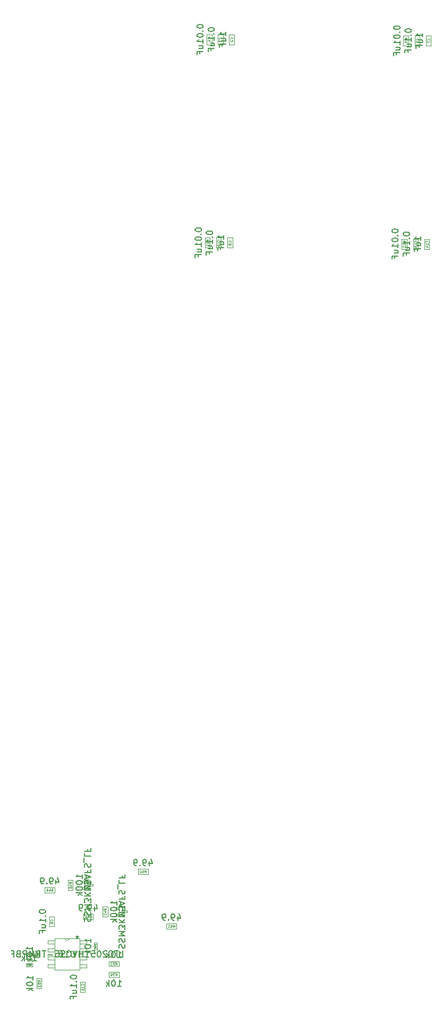
<source format=gbr>
%TF.GenerationSoftware,KiCad,Pcbnew,9.0.3*%
%TF.CreationDate,2025-09-16T13:44:48-04:00*%
%TF.ProjectId,WARM_TPC_Shaper,5741524d-5f54-4504-935f-536861706572,rev?*%
%TF.SameCoordinates,Original*%
%TF.FileFunction,AssemblyDrawing,Bot*%
%FSLAX46Y46*%
G04 Gerber Fmt 4.6, Leading zero omitted, Abs format (unit mm)*
G04 Created by KiCad (PCBNEW 9.0.3) date 2025-09-16 13:44:48*
%MOMM*%
%LPD*%
G01*
G04 APERTURE LIST*
%ADD10C,0.150000*%
%ADD11C,0.060000*%
%ADD12C,0.040000*%
%ADD13C,0.100000*%
%ADD14C,0.025400*%
G04 APERTURE END LIST*
D10*
X130801019Y-259439761D02*
X130801019Y-258868333D01*
X130801019Y-259154047D02*
X129801019Y-259154047D01*
X129801019Y-259154047D02*
X129943876Y-259058809D01*
X129943876Y-259058809D02*
X130039114Y-258963571D01*
X130039114Y-258963571D02*
X130086733Y-258868333D01*
X129801019Y-260058809D02*
X129801019Y-260154047D01*
X129801019Y-260154047D02*
X129848638Y-260249285D01*
X129848638Y-260249285D02*
X129896257Y-260296904D01*
X129896257Y-260296904D02*
X129991495Y-260344523D01*
X129991495Y-260344523D02*
X130181971Y-260392142D01*
X130181971Y-260392142D02*
X130420066Y-260392142D01*
X130420066Y-260392142D02*
X130610542Y-260344523D01*
X130610542Y-260344523D02*
X130705780Y-260296904D01*
X130705780Y-260296904D02*
X130753400Y-260249285D01*
X130753400Y-260249285D02*
X130801019Y-260154047D01*
X130801019Y-260154047D02*
X130801019Y-260058809D01*
X130801019Y-260058809D02*
X130753400Y-259963571D01*
X130753400Y-259963571D02*
X130705780Y-259915952D01*
X130705780Y-259915952D02*
X130610542Y-259868333D01*
X130610542Y-259868333D02*
X130420066Y-259820714D01*
X130420066Y-259820714D02*
X130181971Y-259820714D01*
X130181971Y-259820714D02*
X129991495Y-259868333D01*
X129991495Y-259868333D02*
X129896257Y-259915952D01*
X129896257Y-259915952D02*
X129848638Y-259963571D01*
X129848638Y-259963571D02*
X129801019Y-260058809D01*
X130801019Y-260820714D02*
X129801019Y-260820714D01*
X130420066Y-260915952D02*
X130801019Y-261201666D01*
X130134352Y-261201666D02*
X130515304Y-260820714D01*
D11*
X131958127Y-259777857D02*
X131767651Y-259644524D01*
X131958127Y-259549286D02*
X131558127Y-259549286D01*
X131558127Y-259549286D02*
X131558127Y-259701667D01*
X131558127Y-259701667D02*
X131577175Y-259739762D01*
X131577175Y-259739762D02*
X131596222Y-259758809D01*
X131596222Y-259758809D02*
X131634318Y-259777857D01*
X131634318Y-259777857D02*
X131691460Y-259777857D01*
X131691460Y-259777857D02*
X131729556Y-259758809D01*
X131729556Y-259758809D02*
X131748603Y-259739762D01*
X131748603Y-259739762D02*
X131767651Y-259701667D01*
X131767651Y-259701667D02*
X131767651Y-259549286D01*
X131558127Y-260139762D02*
X131558127Y-259949286D01*
X131558127Y-259949286D02*
X131748603Y-259930238D01*
X131748603Y-259930238D02*
X131729556Y-259949286D01*
X131729556Y-259949286D02*
X131710508Y-259987381D01*
X131710508Y-259987381D02*
X131710508Y-260082619D01*
X131710508Y-260082619D02*
X131729556Y-260120714D01*
X131729556Y-260120714D02*
X131748603Y-260139762D01*
X131748603Y-260139762D02*
X131786699Y-260158809D01*
X131786699Y-260158809D02*
X131881937Y-260158809D01*
X131881937Y-260158809D02*
X131920032Y-260139762D01*
X131920032Y-260139762D02*
X131939080Y-260120714D01*
X131939080Y-260120714D02*
X131958127Y-260082619D01*
X131958127Y-260082619D02*
X131958127Y-259987381D01*
X131958127Y-259987381D02*
X131939080Y-259949286D01*
X131939080Y-259949286D02*
X131920032Y-259930238D01*
X131558127Y-260292142D02*
X131558127Y-260539761D01*
X131558127Y-260539761D02*
X131710508Y-260406428D01*
X131710508Y-260406428D02*
X131710508Y-260463571D01*
X131710508Y-260463571D02*
X131729556Y-260501666D01*
X131729556Y-260501666D02*
X131748603Y-260520714D01*
X131748603Y-260520714D02*
X131786699Y-260539761D01*
X131786699Y-260539761D02*
X131881937Y-260539761D01*
X131881937Y-260539761D02*
X131920032Y-260520714D01*
X131920032Y-260520714D02*
X131939080Y-260501666D01*
X131939080Y-260501666D02*
X131958127Y-260463571D01*
X131958127Y-260463571D02*
X131958127Y-260349285D01*
X131958127Y-260349285D02*
X131939080Y-260311190D01*
X131939080Y-260311190D02*
X131920032Y-260292142D01*
D10*
X144201018Y-247513570D02*
X144201018Y-246942142D01*
X144201018Y-247227856D02*
X143201018Y-247227856D01*
X143201018Y-247227856D02*
X143343875Y-247132618D01*
X143343875Y-247132618D02*
X143439113Y-247037380D01*
X143439113Y-247037380D02*
X143486732Y-246942142D01*
X143201018Y-248132618D02*
X143201018Y-248227856D01*
X143201018Y-248227856D02*
X143248637Y-248323094D01*
X143248637Y-248323094D02*
X143296256Y-248370713D01*
X143296256Y-248370713D02*
X143391494Y-248418332D01*
X143391494Y-248418332D02*
X143581970Y-248465951D01*
X143581970Y-248465951D02*
X143820065Y-248465951D01*
X143820065Y-248465951D02*
X144010541Y-248418332D01*
X144010541Y-248418332D02*
X144105779Y-248370713D01*
X144105779Y-248370713D02*
X144153399Y-248323094D01*
X144153399Y-248323094D02*
X144201018Y-248227856D01*
X144201018Y-248227856D02*
X144201018Y-248132618D01*
X144201018Y-248132618D02*
X144153399Y-248037380D01*
X144153399Y-248037380D02*
X144105779Y-247989761D01*
X144105779Y-247989761D02*
X144010541Y-247942142D01*
X144010541Y-247942142D02*
X143820065Y-247894523D01*
X143820065Y-247894523D02*
X143581970Y-247894523D01*
X143581970Y-247894523D02*
X143391494Y-247942142D01*
X143391494Y-247942142D02*
X143296256Y-247989761D01*
X143296256Y-247989761D02*
X143248637Y-248037380D01*
X143248637Y-248037380D02*
X143201018Y-248132618D01*
X143201018Y-249084999D02*
X143201018Y-249180237D01*
X143201018Y-249180237D02*
X143248637Y-249275475D01*
X143248637Y-249275475D02*
X143296256Y-249323094D01*
X143296256Y-249323094D02*
X143391494Y-249370713D01*
X143391494Y-249370713D02*
X143581970Y-249418332D01*
X143581970Y-249418332D02*
X143820065Y-249418332D01*
X143820065Y-249418332D02*
X144010541Y-249370713D01*
X144010541Y-249370713D02*
X144105779Y-249323094D01*
X144105779Y-249323094D02*
X144153399Y-249275475D01*
X144153399Y-249275475D02*
X144201018Y-249180237D01*
X144201018Y-249180237D02*
X144201018Y-249084999D01*
X144201018Y-249084999D02*
X144153399Y-248989761D01*
X144153399Y-248989761D02*
X144105779Y-248942142D01*
X144105779Y-248942142D02*
X144010541Y-248894523D01*
X144010541Y-248894523D02*
X143820065Y-248846904D01*
X143820065Y-248846904D02*
X143581970Y-248846904D01*
X143581970Y-248846904D02*
X143391494Y-248894523D01*
X143391494Y-248894523D02*
X143296256Y-248942142D01*
X143296256Y-248942142D02*
X143248637Y-248989761D01*
X143248637Y-248989761D02*
X143201018Y-249084999D01*
X144201018Y-249846904D02*
X143201018Y-249846904D01*
X143820065Y-249942142D02*
X144201018Y-250227856D01*
X143534351Y-250227856D02*
X143915303Y-249846904D01*
D11*
X142498126Y-248327856D02*
X142307650Y-248194523D01*
X142498126Y-248099285D02*
X142098126Y-248099285D01*
X142098126Y-248099285D02*
X142098126Y-248251666D01*
X142098126Y-248251666D02*
X142117174Y-248289761D01*
X142117174Y-248289761D02*
X142136221Y-248308808D01*
X142136221Y-248308808D02*
X142174317Y-248327856D01*
X142174317Y-248327856D02*
X142231459Y-248327856D01*
X142231459Y-248327856D02*
X142269555Y-248308808D01*
X142269555Y-248308808D02*
X142288602Y-248289761D01*
X142288602Y-248289761D02*
X142307650Y-248251666D01*
X142307650Y-248251666D02*
X142307650Y-248099285D01*
X142231459Y-248670713D02*
X142498126Y-248670713D01*
X142079079Y-248575475D02*
X142364793Y-248480237D01*
X142364793Y-248480237D02*
X142364793Y-248727856D01*
X142136221Y-248861189D02*
X142117174Y-248880237D01*
X142117174Y-248880237D02*
X142098126Y-248918332D01*
X142098126Y-248918332D02*
X142098126Y-249013570D01*
X142098126Y-249013570D02*
X142117174Y-249051665D01*
X142117174Y-249051665D02*
X142136221Y-249070713D01*
X142136221Y-249070713D02*
X142174317Y-249089760D01*
X142174317Y-249089760D02*
X142212412Y-249089760D01*
X142212412Y-249089760D02*
X142269555Y-249070713D01*
X142269555Y-249070713D02*
X142498126Y-248842141D01*
X142498126Y-248842141D02*
X142498126Y-249089760D01*
D10*
X153896198Y-249283151D02*
X153896198Y-249949818D01*
X154134293Y-248902199D02*
X154372388Y-249616484D01*
X154372388Y-249616484D02*
X153753341Y-249616484D01*
X153324769Y-249949818D02*
X153134293Y-249949818D01*
X153134293Y-249949818D02*
X153039055Y-249902199D01*
X153039055Y-249902199D02*
X152991436Y-249854579D01*
X152991436Y-249854579D02*
X152896198Y-249711722D01*
X152896198Y-249711722D02*
X152848579Y-249521246D01*
X152848579Y-249521246D02*
X152848579Y-249140294D01*
X152848579Y-249140294D02*
X152896198Y-249045056D01*
X152896198Y-249045056D02*
X152943817Y-248997437D01*
X152943817Y-248997437D02*
X153039055Y-248949818D01*
X153039055Y-248949818D02*
X153229531Y-248949818D01*
X153229531Y-248949818D02*
X153324769Y-248997437D01*
X153324769Y-248997437D02*
X153372388Y-249045056D01*
X153372388Y-249045056D02*
X153420007Y-249140294D01*
X153420007Y-249140294D02*
X153420007Y-249378389D01*
X153420007Y-249378389D02*
X153372388Y-249473627D01*
X153372388Y-249473627D02*
X153324769Y-249521246D01*
X153324769Y-249521246D02*
X153229531Y-249568865D01*
X153229531Y-249568865D02*
X153039055Y-249568865D01*
X153039055Y-249568865D02*
X152943817Y-249521246D01*
X152943817Y-249521246D02*
X152896198Y-249473627D01*
X152896198Y-249473627D02*
X152848579Y-249378389D01*
X152420007Y-249854579D02*
X152372388Y-249902199D01*
X152372388Y-249902199D02*
X152420007Y-249949818D01*
X152420007Y-249949818D02*
X152467626Y-249902199D01*
X152467626Y-249902199D02*
X152420007Y-249854579D01*
X152420007Y-249854579D02*
X152420007Y-249949818D01*
X151896198Y-249949818D02*
X151705722Y-249949818D01*
X151705722Y-249949818D02*
X151610484Y-249902199D01*
X151610484Y-249902199D02*
X151562865Y-249854579D01*
X151562865Y-249854579D02*
X151467627Y-249711722D01*
X151467627Y-249711722D02*
X151420008Y-249521246D01*
X151420008Y-249521246D02*
X151420008Y-249140294D01*
X151420008Y-249140294D02*
X151467627Y-249045056D01*
X151467627Y-249045056D02*
X151515246Y-248997437D01*
X151515246Y-248997437D02*
X151610484Y-248949818D01*
X151610484Y-248949818D02*
X151800960Y-248949818D01*
X151800960Y-248949818D02*
X151896198Y-248997437D01*
X151896198Y-248997437D02*
X151943817Y-249045056D01*
X151943817Y-249045056D02*
X151991436Y-249140294D01*
X151991436Y-249140294D02*
X151991436Y-249378389D01*
X151991436Y-249378389D02*
X151943817Y-249473627D01*
X151943817Y-249473627D02*
X151896198Y-249521246D01*
X151896198Y-249521246D02*
X151800960Y-249568865D01*
X151800960Y-249568865D02*
X151610484Y-249568865D01*
X151610484Y-249568865D02*
X151515246Y-249521246D01*
X151515246Y-249521246D02*
X151467627Y-249473627D01*
X151467627Y-249473627D02*
X151420008Y-249378389D01*
D11*
X153153341Y-251106926D02*
X153286674Y-250916450D01*
X153381912Y-251106926D02*
X153381912Y-250706926D01*
X153381912Y-250706926D02*
X153229531Y-250706926D01*
X153229531Y-250706926D02*
X153191436Y-250725974D01*
X153191436Y-250725974D02*
X153172389Y-250745021D01*
X153172389Y-250745021D02*
X153153341Y-250783117D01*
X153153341Y-250783117D02*
X153153341Y-250840259D01*
X153153341Y-250840259D02*
X153172389Y-250878355D01*
X153172389Y-250878355D02*
X153191436Y-250897402D01*
X153191436Y-250897402D02*
X153229531Y-250916450D01*
X153229531Y-250916450D02*
X153381912Y-250916450D01*
X152810484Y-250840259D02*
X152810484Y-251106926D01*
X152905722Y-250687879D02*
X153000960Y-250973593D01*
X153000960Y-250973593D02*
X152753341Y-250973593D01*
X152639056Y-250706926D02*
X152391437Y-250706926D01*
X152391437Y-250706926D02*
X152524770Y-250859307D01*
X152524770Y-250859307D02*
X152467627Y-250859307D01*
X152467627Y-250859307D02*
X152429532Y-250878355D01*
X152429532Y-250878355D02*
X152410484Y-250897402D01*
X152410484Y-250897402D02*
X152391437Y-250935498D01*
X152391437Y-250935498D02*
X152391437Y-251030736D01*
X152391437Y-251030736D02*
X152410484Y-251068831D01*
X152410484Y-251068831D02*
X152429532Y-251087879D01*
X152429532Y-251087879D02*
X152467627Y-251106926D01*
X152467627Y-251106926D02*
X152581913Y-251106926D01*
X152581913Y-251106926D02*
X152620008Y-251087879D01*
X152620008Y-251087879D02*
X152639056Y-251068831D01*
D10*
X144647152Y-255829819D02*
X145123342Y-255829819D01*
X145123342Y-255829819D02*
X145123342Y-254829819D01*
X144456675Y-254829819D02*
X143885247Y-254829819D01*
X144170961Y-255829819D02*
X144170961Y-254829819D01*
X142980485Y-255734580D02*
X143028104Y-255782200D01*
X143028104Y-255782200D02*
X143170961Y-255829819D01*
X143170961Y-255829819D02*
X143266199Y-255829819D01*
X143266199Y-255829819D02*
X143409056Y-255782200D01*
X143409056Y-255782200D02*
X143504294Y-255686961D01*
X143504294Y-255686961D02*
X143551913Y-255591723D01*
X143551913Y-255591723D02*
X143599532Y-255401247D01*
X143599532Y-255401247D02*
X143599532Y-255258390D01*
X143599532Y-255258390D02*
X143551913Y-255067914D01*
X143551913Y-255067914D02*
X143504294Y-254972676D01*
X143504294Y-254972676D02*
X143409056Y-254877438D01*
X143409056Y-254877438D02*
X143266199Y-254829819D01*
X143266199Y-254829819D02*
X143170961Y-254829819D01*
X143170961Y-254829819D02*
X143028104Y-254877438D01*
X143028104Y-254877438D02*
X142980485Y-254925057D01*
X142599532Y-254925057D02*
X142551913Y-254877438D01*
X142551913Y-254877438D02*
X142456675Y-254829819D01*
X142456675Y-254829819D02*
X142218580Y-254829819D01*
X142218580Y-254829819D02*
X142123342Y-254877438D01*
X142123342Y-254877438D02*
X142075723Y-254925057D01*
X142075723Y-254925057D02*
X142028104Y-255020295D01*
X142028104Y-255020295D02*
X142028104Y-255115533D01*
X142028104Y-255115533D02*
X142075723Y-255258390D01*
X142075723Y-255258390D02*
X142647151Y-255829819D01*
X142647151Y-255829819D02*
X142028104Y-255829819D01*
X141409056Y-254829819D02*
X141313818Y-254829819D01*
X141313818Y-254829819D02*
X141218580Y-254877438D01*
X141218580Y-254877438D02*
X141170961Y-254925057D01*
X141170961Y-254925057D02*
X141123342Y-255020295D01*
X141123342Y-255020295D02*
X141075723Y-255210771D01*
X141075723Y-255210771D02*
X141075723Y-255448866D01*
X141075723Y-255448866D02*
X141123342Y-255639342D01*
X141123342Y-255639342D02*
X141170961Y-255734580D01*
X141170961Y-255734580D02*
X141218580Y-255782200D01*
X141218580Y-255782200D02*
X141313818Y-255829819D01*
X141313818Y-255829819D02*
X141409056Y-255829819D01*
X141409056Y-255829819D02*
X141504294Y-255782200D01*
X141504294Y-255782200D02*
X141551913Y-255734580D01*
X141551913Y-255734580D02*
X141599532Y-255639342D01*
X141599532Y-255639342D02*
X141647151Y-255448866D01*
X141647151Y-255448866D02*
X141647151Y-255210771D01*
X141647151Y-255210771D02*
X141599532Y-255020295D01*
X141599532Y-255020295D02*
X141551913Y-254925057D01*
X141551913Y-254925057D02*
X141504294Y-254877438D01*
X141504294Y-254877438D02*
X141409056Y-254829819D01*
X140170961Y-254829819D02*
X140647151Y-254829819D01*
X140647151Y-254829819D02*
X140694770Y-255306009D01*
X140694770Y-255306009D02*
X140647151Y-255258390D01*
X140647151Y-255258390D02*
X140551913Y-255210771D01*
X140551913Y-255210771D02*
X140313818Y-255210771D01*
X140313818Y-255210771D02*
X140218580Y-255258390D01*
X140218580Y-255258390D02*
X140170961Y-255306009D01*
X140170961Y-255306009D02*
X140123342Y-255401247D01*
X140123342Y-255401247D02*
X140123342Y-255639342D01*
X140123342Y-255639342D02*
X140170961Y-255734580D01*
X140170961Y-255734580D02*
X140218580Y-255782200D01*
X140218580Y-255782200D02*
X140313818Y-255829819D01*
X140313818Y-255829819D02*
X140551913Y-255829819D01*
X140551913Y-255829819D02*
X140647151Y-255782200D01*
X140647151Y-255782200D02*
X140694770Y-255734580D01*
X139170961Y-255829819D02*
X139742389Y-255829819D01*
X139456675Y-255829819D02*
X139456675Y-254829819D01*
X139456675Y-254829819D02*
X139551913Y-254972676D01*
X139551913Y-254972676D02*
X139647151Y-255067914D01*
X139647151Y-255067914D02*
X139742389Y-255115533D01*
X138742389Y-255829819D02*
X138742389Y-254829819D01*
X138742389Y-255306009D02*
X138170961Y-255306009D01*
X138170961Y-255829819D02*
X138170961Y-254829819D01*
X137837627Y-254829819D02*
X137504294Y-255829819D01*
X137504294Y-255829819D02*
X137170961Y-254829819D01*
X136266199Y-255734580D02*
X136313818Y-255782200D01*
X136313818Y-255782200D02*
X136456675Y-255829819D01*
X136456675Y-255829819D02*
X136551913Y-255829819D01*
X136551913Y-255829819D02*
X136694770Y-255782200D01*
X136694770Y-255782200D02*
X136790008Y-255686961D01*
X136790008Y-255686961D02*
X136837627Y-255591723D01*
X136837627Y-255591723D02*
X136885246Y-255401247D01*
X136885246Y-255401247D02*
X136885246Y-255258390D01*
X136885246Y-255258390D02*
X136837627Y-255067914D01*
X136837627Y-255067914D02*
X136790008Y-254972676D01*
X136790008Y-254972676D02*
X136694770Y-254877438D01*
X136694770Y-254877438D02*
X136551913Y-254829819D01*
X136551913Y-254829819D02*
X136456675Y-254829819D01*
X136456675Y-254829819D02*
X136313818Y-254877438D01*
X136313818Y-254877438D02*
X136266199Y-254925057D01*
X135885246Y-255782200D02*
X135742389Y-255829819D01*
X135742389Y-255829819D02*
X135504294Y-255829819D01*
X135504294Y-255829819D02*
X135409056Y-255782200D01*
X135409056Y-255782200D02*
X135361437Y-255734580D01*
X135361437Y-255734580D02*
X135313818Y-255639342D01*
X135313818Y-255639342D02*
X135313818Y-255544104D01*
X135313818Y-255544104D02*
X135361437Y-255448866D01*
X135361437Y-255448866D02*
X135409056Y-255401247D01*
X135409056Y-255401247D02*
X135504294Y-255353628D01*
X135504294Y-255353628D02*
X135694770Y-255306009D01*
X135694770Y-255306009D02*
X135790008Y-255258390D01*
X135790008Y-255258390D02*
X135837627Y-255210771D01*
X135837627Y-255210771D02*
X135885246Y-255115533D01*
X135885246Y-255115533D02*
X135885246Y-255020295D01*
X135885246Y-255020295D02*
X135837627Y-254925057D01*
X135837627Y-254925057D02*
X135790008Y-254877438D01*
X135790008Y-254877438D02*
X135694770Y-254829819D01*
X135694770Y-254829819D02*
X135456675Y-254829819D01*
X135456675Y-254829819D02*
X135313818Y-254877438D01*
X134409056Y-254829819D02*
X134885246Y-254829819D01*
X134885246Y-254829819D02*
X134932865Y-255306009D01*
X134932865Y-255306009D02*
X134885246Y-255258390D01*
X134885246Y-255258390D02*
X134790008Y-255210771D01*
X134790008Y-255210771D02*
X134551913Y-255210771D01*
X134551913Y-255210771D02*
X134456675Y-255258390D01*
X134456675Y-255258390D02*
X134409056Y-255306009D01*
X134409056Y-255306009D02*
X134361437Y-255401247D01*
X134361437Y-255401247D02*
X134361437Y-255639342D01*
X134361437Y-255639342D02*
X134409056Y-255734580D01*
X134409056Y-255734580D02*
X134456675Y-255782200D01*
X134456675Y-255782200D02*
X134551913Y-255829819D01*
X134551913Y-255829819D02*
X134790008Y-255829819D01*
X134790008Y-255829819D02*
X134885246Y-255782200D01*
X134885246Y-255782200D02*
X134932865Y-255734580D01*
X133932865Y-255448866D02*
X133170961Y-255448866D01*
X132837627Y-254829819D02*
X132266199Y-254829819D01*
X132551913Y-255829819D02*
X132551913Y-254829819D01*
X131361437Y-255829819D02*
X131694770Y-255353628D01*
X131932865Y-255829819D02*
X131932865Y-254829819D01*
X131932865Y-254829819D02*
X131551913Y-254829819D01*
X131551913Y-254829819D02*
X131456675Y-254877438D01*
X131456675Y-254877438D02*
X131409056Y-254925057D01*
X131409056Y-254925057D02*
X131361437Y-255020295D01*
X131361437Y-255020295D02*
X131361437Y-255163152D01*
X131361437Y-255163152D02*
X131409056Y-255258390D01*
X131409056Y-255258390D02*
X131456675Y-255306009D01*
X131456675Y-255306009D02*
X131551913Y-255353628D01*
X131551913Y-255353628D02*
X131932865Y-255353628D01*
X130932865Y-255829819D02*
X130932865Y-254829819D01*
X130932865Y-254829819D02*
X130599532Y-255544104D01*
X130599532Y-255544104D02*
X130266199Y-254829819D01*
X130266199Y-254829819D02*
X130266199Y-255829819D01*
X129790008Y-255829819D02*
X129790008Y-254829819D01*
X129790008Y-254829819D02*
X129409056Y-254829819D01*
X129409056Y-254829819D02*
X129313818Y-254877438D01*
X129313818Y-254877438D02*
X129266199Y-254925057D01*
X129266199Y-254925057D02*
X129218580Y-255020295D01*
X129218580Y-255020295D02*
X129218580Y-255163152D01*
X129218580Y-255163152D02*
X129266199Y-255258390D01*
X129266199Y-255258390D02*
X129313818Y-255306009D01*
X129313818Y-255306009D02*
X129409056Y-255353628D01*
X129409056Y-255353628D02*
X129790008Y-255353628D01*
X128456675Y-255306009D02*
X128313818Y-255353628D01*
X128313818Y-255353628D02*
X128266199Y-255401247D01*
X128266199Y-255401247D02*
X128218580Y-255496485D01*
X128218580Y-255496485D02*
X128218580Y-255639342D01*
X128218580Y-255639342D02*
X128266199Y-255734580D01*
X128266199Y-255734580D02*
X128313818Y-255782200D01*
X128313818Y-255782200D02*
X128409056Y-255829819D01*
X128409056Y-255829819D02*
X128790008Y-255829819D01*
X128790008Y-255829819D02*
X128790008Y-254829819D01*
X128790008Y-254829819D02*
X128456675Y-254829819D01*
X128456675Y-254829819D02*
X128361437Y-254877438D01*
X128361437Y-254877438D02*
X128313818Y-254925057D01*
X128313818Y-254925057D02*
X128266199Y-255020295D01*
X128266199Y-255020295D02*
X128266199Y-255115533D01*
X128266199Y-255115533D02*
X128313818Y-255210771D01*
X128313818Y-255210771D02*
X128361437Y-255258390D01*
X128361437Y-255258390D02*
X128456675Y-255306009D01*
X128456675Y-255306009D02*
X128790008Y-255306009D01*
X127456675Y-255306009D02*
X127790008Y-255306009D01*
X127790008Y-255829819D02*
X127790008Y-254829819D01*
X127790008Y-254829819D02*
X127313818Y-254829819D01*
X137879099Y-252404119D02*
X137879099Y-252642214D01*
X138117194Y-252546976D02*
X137879099Y-252642214D01*
X137879099Y-252642214D02*
X137641004Y-252546976D01*
X138021956Y-252832690D02*
X137879099Y-252642214D01*
X137879099Y-252642214D02*
X137736242Y-252832690D01*
X137504294Y-254829819D02*
X137504294Y-255639342D01*
X137504294Y-255639342D02*
X137456675Y-255734580D01*
X137456675Y-255734580D02*
X137409056Y-255782200D01*
X137409056Y-255782200D02*
X137313818Y-255829819D01*
X137313818Y-255829819D02*
X137123342Y-255829819D01*
X137123342Y-255829819D02*
X137028104Y-255782200D01*
X137028104Y-255782200D02*
X136980485Y-255734580D01*
X136980485Y-255734580D02*
X136932866Y-255639342D01*
X136932866Y-255639342D02*
X136932866Y-254829819D01*
X135932866Y-255829819D02*
X136504294Y-255829819D01*
X136218580Y-255829819D02*
X136218580Y-254829819D01*
X136218580Y-254829819D02*
X136313818Y-254972676D01*
X136313818Y-254972676D02*
X136409056Y-255067914D01*
X136409056Y-255067914D02*
X136504294Y-255115533D01*
X135075723Y-254829819D02*
X135266199Y-254829819D01*
X135266199Y-254829819D02*
X135361437Y-254877438D01*
X135361437Y-254877438D02*
X135409056Y-254925057D01*
X135409056Y-254925057D02*
X135504294Y-255067914D01*
X135504294Y-255067914D02*
X135551913Y-255258390D01*
X135551913Y-255258390D02*
X135551913Y-255639342D01*
X135551913Y-255639342D02*
X135504294Y-255734580D01*
X135504294Y-255734580D02*
X135456675Y-255782200D01*
X135456675Y-255782200D02*
X135361437Y-255829819D01*
X135361437Y-255829819D02*
X135170961Y-255829819D01*
X135170961Y-255829819D02*
X135075723Y-255782200D01*
X135075723Y-255782200D02*
X135028104Y-255734580D01*
X135028104Y-255734580D02*
X134980485Y-255639342D01*
X134980485Y-255639342D02*
X134980485Y-255401247D01*
X134980485Y-255401247D02*
X135028104Y-255306009D01*
X135028104Y-255306009D02*
X135075723Y-255258390D01*
X135075723Y-255258390D02*
X135170961Y-255210771D01*
X135170961Y-255210771D02*
X135361437Y-255210771D01*
X135361437Y-255210771D02*
X135456675Y-255258390D01*
X135456675Y-255258390D02*
X135504294Y-255306009D01*
X135504294Y-255306009D02*
X135551913Y-255401247D01*
X137879099Y-252404119D02*
X137879099Y-252642214D01*
X138117194Y-252546976D02*
X137879099Y-252642214D01*
X137879099Y-252642214D02*
X137641004Y-252546976D01*
X138021956Y-252832690D02*
X137879099Y-252642214D01*
X137879099Y-252642214D02*
X137736242Y-252832690D01*
X192884819Y-109224761D02*
X192884819Y-108653333D01*
X192884819Y-108939047D02*
X191884819Y-108939047D01*
X191884819Y-108939047D02*
X192027676Y-108843809D01*
X192027676Y-108843809D02*
X192122914Y-108748571D01*
X192122914Y-108748571D02*
X192170533Y-108653333D01*
X192218152Y-110081904D02*
X192884819Y-110081904D01*
X192218152Y-109653333D02*
X192741961Y-109653333D01*
X192741961Y-109653333D02*
X192837200Y-109700952D01*
X192837200Y-109700952D02*
X192884819Y-109796190D01*
X192884819Y-109796190D02*
X192884819Y-109939047D01*
X192884819Y-109939047D02*
X192837200Y-110034285D01*
X192837200Y-110034285D02*
X192789580Y-110081904D01*
X192361009Y-110891428D02*
X192361009Y-110558095D01*
X192884819Y-110558095D02*
X191884819Y-110558095D01*
X191884819Y-110558095D02*
X191884819Y-111034285D01*
D11*
X194003832Y-109753333D02*
X194022880Y-109734285D01*
X194022880Y-109734285D02*
X194041927Y-109677143D01*
X194041927Y-109677143D02*
X194041927Y-109639047D01*
X194041927Y-109639047D02*
X194022880Y-109581904D01*
X194022880Y-109581904D02*
X193984784Y-109543809D01*
X193984784Y-109543809D02*
X193946689Y-109524762D01*
X193946689Y-109524762D02*
X193870499Y-109505714D01*
X193870499Y-109505714D02*
X193813356Y-109505714D01*
X193813356Y-109505714D02*
X193737165Y-109524762D01*
X193737165Y-109524762D02*
X193699070Y-109543809D01*
X193699070Y-109543809D02*
X193660975Y-109581904D01*
X193660975Y-109581904D02*
X193641927Y-109639047D01*
X193641927Y-109639047D02*
X193641927Y-109677143D01*
X193641927Y-109677143D02*
X193660975Y-109734285D01*
X193660975Y-109734285D02*
X193680022Y-109753333D01*
X193641927Y-109886666D02*
X193641927Y-110153333D01*
X193641927Y-110153333D02*
X194041927Y-109981904D01*
D10*
X189842319Y-140567143D02*
X189842319Y-140662381D01*
X189842319Y-140662381D02*
X189889938Y-140757619D01*
X189889938Y-140757619D02*
X189937557Y-140805238D01*
X189937557Y-140805238D02*
X190032795Y-140852857D01*
X190032795Y-140852857D02*
X190223271Y-140900476D01*
X190223271Y-140900476D02*
X190461366Y-140900476D01*
X190461366Y-140900476D02*
X190651842Y-140852857D01*
X190651842Y-140852857D02*
X190747080Y-140805238D01*
X190747080Y-140805238D02*
X190794700Y-140757619D01*
X190794700Y-140757619D02*
X190842319Y-140662381D01*
X190842319Y-140662381D02*
X190842319Y-140567143D01*
X190842319Y-140567143D02*
X190794700Y-140471905D01*
X190794700Y-140471905D02*
X190747080Y-140424286D01*
X190747080Y-140424286D02*
X190651842Y-140376667D01*
X190651842Y-140376667D02*
X190461366Y-140329048D01*
X190461366Y-140329048D02*
X190223271Y-140329048D01*
X190223271Y-140329048D02*
X190032795Y-140376667D01*
X190032795Y-140376667D02*
X189937557Y-140424286D01*
X189937557Y-140424286D02*
X189889938Y-140471905D01*
X189889938Y-140471905D02*
X189842319Y-140567143D01*
X190747080Y-141329048D02*
X190794700Y-141376667D01*
X190794700Y-141376667D02*
X190842319Y-141329048D01*
X190842319Y-141329048D02*
X190794700Y-141281429D01*
X190794700Y-141281429D02*
X190747080Y-141329048D01*
X190747080Y-141329048D02*
X190842319Y-141329048D01*
X190842319Y-142329047D02*
X190842319Y-141757619D01*
X190842319Y-142043333D02*
X189842319Y-142043333D01*
X189842319Y-142043333D02*
X189985176Y-141948095D01*
X189985176Y-141948095D02*
X190080414Y-141852857D01*
X190080414Y-141852857D02*
X190128033Y-141757619D01*
X190175652Y-143186190D02*
X190842319Y-143186190D01*
X190175652Y-142757619D02*
X190699461Y-142757619D01*
X190699461Y-142757619D02*
X190794700Y-142805238D01*
X190794700Y-142805238D02*
X190842319Y-142900476D01*
X190842319Y-142900476D02*
X190842319Y-143043333D01*
X190842319Y-143043333D02*
X190794700Y-143138571D01*
X190794700Y-143138571D02*
X190747080Y-143186190D01*
X190318509Y-143995714D02*
X190318509Y-143662381D01*
X190842319Y-143662381D02*
X189842319Y-143662381D01*
X189842319Y-143662381D02*
X189842319Y-144138571D01*
D11*
X191961332Y-141952857D02*
X191980380Y-141933809D01*
X191980380Y-141933809D02*
X191999427Y-141876667D01*
X191999427Y-141876667D02*
X191999427Y-141838571D01*
X191999427Y-141838571D02*
X191980380Y-141781428D01*
X191980380Y-141781428D02*
X191942284Y-141743333D01*
X191942284Y-141743333D02*
X191904189Y-141724286D01*
X191904189Y-141724286D02*
X191827999Y-141705238D01*
X191827999Y-141705238D02*
X191770856Y-141705238D01*
X191770856Y-141705238D02*
X191694665Y-141724286D01*
X191694665Y-141724286D02*
X191656570Y-141743333D01*
X191656570Y-141743333D02*
X191618475Y-141781428D01*
X191618475Y-141781428D02*
X191599427Y-141838571D01*
X191599427Y-141838571D02*
X191599427Y-141876667D01*
X191599427Y-141876667D02*
X191618475Y-141933809D01*
X191618475Y-141933809D02*
X191637522Y-141952857D01*
X191999427Y-142333809D02*
X191999427Y-142105238D01*
X191999427Y-142219524D02*
X191599427Y-142219524D01*
X191599427Y-142219524D02*
X191656570Y-142181428D01*
X191656570Y-142181428D02*
X191694665Y-142143333D01*
X191694665Y-142143333D02*
X191713713Y-142105238D01*
X191599427Y-142467142D02*
X191599427Y-142714761D01*
X191599427Y-142714761D02*
X191751808Y-142581428D01*
X191751808Y-142581428D02*
X191751808Y-142638571D01*
X191751808Y-142638571D02*
X191770856Y-142676666D01*
X191770856Y-142676666D02*
X191789903Y-142695714D01*
X191789903Y-142695714D02*
X191827999Y-142714761D01*
X191827999Y-142714761D02*
X191923237Y-142714761D01*
X191923237Y-142714761D02*
X191961332Y-142695714D01*
X191961332Y-142695714D02*
X191980380Y-142676666D01*
X191980380Y-142676666D02*
X191999427Y-142638571D01*
X191999427Y-142638571D02*
X191999427Y-142524285D01*
X191999427Y-142524285D02*
X191980380Y-142486190D01*
X191980380Y-142486190D02*
X191961332Y-142467142D01*
D10*
X158714819Y-107987143D02*
X158714819Y-108082381D01*
X158714819Y-108082381D02*
X158762438Y-108177619D01*
X158762438Y-108177619D02*
X158810057Y-108225238D01*
X158810057Y-108225238D02*
X158905295Y-108272857D01*
X158905295Y-108272857D02*
X159095771Y-108320476D01*
X159095771Y-108320476D02*
X159333866Y-108320476D01*
X159333866Y-108320476D02*
X159524342Y-108272857D01*
X159524342Y-108272857D02*
X159619580Y-108225238D01*
X159619580Y-108225238D02*
X159667200Y-108177619D01*
X159667200Y-108177619D02*
X159714819Y-108082381D01*
X159714819Y-108082381D02*
X159714819Y-107987143D01*
X159714819Y-107987143D02*
X159667200Y-107891905D01*
X159667200Y-107891905D02*
X159619580Y-107844286D01*
X159619580Y-107844286D02*
X159524342Y-107796667D01*
X159524342Y-107796667D02*
X159333866Y-107749048D01*
X159333866Y-107749048D02*
X159095771Y-107749048D01*
X159095771Y-107749048D02*
X158905295Y-107796667D01*
X158905295Y-107796667D02*
X158810057Y-107844286D01*
X158810057Y-107844286D02*
X158762438Y-107891905D01*
X158762438Y-107891905D02*
X158714819Y-107987143D01*
X159619580Y-108749048D02*
X159667200Y-108796667D01*
X159667200Y-108796667D02*
X159714819Y-108749048D01*
X159714819Y-108749048D02*
X159667200Y-108701429D01*
X159667200Y-108701429D02*
X159619580Y-108749048D01*
X159619580Y-108749048D02*
X159714819Y-108749048D01*
X159714819Y-109749047D02*
X159714819Y-109177619D01*
X159714819Y-109463333D02*
X158714819Y-109463333D01*
X158714819Y-109463333D02*
X158857676Y-109368095D01*
X158857676Y-109368095D02*
X158952914Y-109272857D01*
X158952914Y-109272857D02*
X159000533Y-109177619D01*
X159048152Y-110606190D02*
X159714819Y-110606190D01*
X159048152Y-110177619D02*
X159571961Y-110177619D01*
X159571961Y-110177619D02*
X159667200Y-110225238D01*
X159667200Y-110225238D02*
X159714819Y-110320476D01*
X159714819Y-110320476D02*
X159714819Y-110463333D01*
X159714819Y-110463333D02*
X159667200Y-110558571D01*
X159667200Y-110558571D02*
X159619580Y-110606190D01*
X159191009Y-111415714D02*
X159191009Y-111082381D01*
X159714819Y-111082381D02*
X158714819Y-111082381D01*
X158714819Y-111082381D02*
X158714819Y-111558571D01*
D11*
X160833832Y-109563333D02*
X160852880Y-109544285D01*
X160852880Y-109544285D02*
X160871927Y-109487143D01*
X160871927Y-109487143D02*
X160871927Y-109449047D01*
X160871927Y-109449047D02*
X160852880Y-109391904D01*
X160852880Y-109391904D02*
X160814784Y-109353809D01*
X160814784Y-109353809D02*
X160776689Y-109334762D01*
X160776689Y-109334762D02*
X160700499Y-109315714D01*
X160700499Y-109315714D02*
X160643356Y-109315714D01*
X160643356Y-109315714D02*
X160567165Y-109334762D01*
X160567165Y-109334762D02*
X160529070Y-109353809D01*
X160529070Y-109353809D02*
X160490975Y-109391904D01*
X160490975Y-109391904D02*
X160471927Y-109449047D01*
X160471927Y-109449047D02*
X160471927Y-109487143D01*
X160471927Y-109487143D02*
X160490975Y-109544285D01*
X160490975Y-109544285D02*
X160510022Y-109563333D01*
X160471927Y-109696666D02*
X160471927Y-109944285D01*
X160471927Y-109944285D02*
X160624308Y-109810952D01*
X160624308Y-109810952D02*
X160624308Y-109868095D01*
X160624308Y-109868095D02*
X160643356Y-109906190D01*
X160643356Y-109906190D02*
X160662403Y-109925238D01*
X160662403Y-109925238D02*
X160700499Y-109944285D01*
X160700499Y-109944285D02*
X160795737Y-109944285D01*
X160795737Y-109944285D02*
X160833832Y-109925238D01*
X160833832Y-109925238D02*
X160852880Y-109906190D01*
X160852880Y-109906190D02*
X160871927Y-109868095D01*
X160871927Y-109868095D02*
X160871927Y-109753809D01*
X160871927Y-109753809D02*
X160852880Y-109715714D01*
X160852880Y-109715714D02*
X160833832Y-109696666D01*
D10*
X161242319Y-141424761D02*
X161242319Y-140853333D01*
X161242319Y-141139047D02*
X160242319Y-141139047D01*
X160242319Y-141139047D02*
X160385176Y-141043809D01*
X160385176Y-141043809D02*
X160480414Y-140948571D01*
X160480414Y-140948571D02*
X160528033Y-140853333D01*
X160575652Y-142281904D02*
X161242319Y-142281904D01*
X160575652Y-141853333D02*
X161099461Y-141853333D01*
X161099461Y-141853333D02*
X161194700Y-141900952D01*
X161194700Y-141900952D02*
X161242319Y-141996190D01*
X161242319Y-141996190D02*
X161242319Y-142139047D01*
X161242319Y-142139047D02*
X161194700Y-142234285D01*
X161194700Y-142234285D02*
X161147080Y-142281904D01*
X160718509Y-143091428D02*
X160718509Y-142758095D01*
X161242319Y-142758095D02*
X160242319Y-142758095D01*
X160242319Y-142758095D02*
X160242319Y-143234285D01*
D11*
X162361332Y-141953333D02*
X162380380Y-141934285D01*
X162380380Y-141934285D02*
X162399427Y-141877143D01*
X162399427Y-141877143D02*
X162399427Y-141839047D01*
X162399427Y-141839047D02*
X162380380Y-141781904D01*
X162380380Y-141781904D02*
X162342284Y-141743809D01*
X162342284Y-141743809D02*
X162304189Y-141724762D01*
X162304189Y-141724762D02*
X162227999Y-141705714D01*
X162227999Y-141705714D02*
X162170856Y-141705714D01*
X162170856Y-141705714D02*
X162094665Y-141724762D01*
X162094665Y-141724762D02*
X162056570Y-141743809D01*
X162056570Y-141743809D02*
X162018475Y-141781904D01*
X162018475Y-141781904D02*
X161999427Y-141839047D01*
X161999427Y-141839047D02*
X161999427Y-141877143D01*
X161999427Y-141877143D02*
X162018475Y-141934285D01*
X162018475Y-141934285D02*
X162037522Y-141953333D01*
X162399427Y-142143809D02*
X162399427Y-142220000D01*
X162399427Y-142220000D02*
X162380380Y-142258095D01*
X162380380Y-142258095D02*
X162361332Y-142277143D01*
X162361332Y-142277143D02*
X162304189Y-142315238D01*
X162304189Y-142315238D02*
X162227999Y-142334285D01*
X162227999Y-142334285D02*
X162075618Y-142334285D01*
X162075618Y-142334285D02*
X162037522Y-142315238D01*
X162037522Y-142315238D02*
X162018475Y-142296190D01*
X162018475Y-142296190D02*
X161999427Y-142258095D01*
X161999427Y-142258095D02*
X161999427Y-142181904D01*
X161999427Y-142181904D02*
X162018475Y-142143809D01*
X162018475Y-142143809D02*
X162037522Y-142124762D01*
X162037522Y-142124762D02*
X162075618Y-142105714D01*
X162075618Y-142105714D02*
X162170856Y-142105714D01*
X162170856Y-142105714D02*
X162208951Y-142124762D01*
X162208951Y-142124762D02*
X162227999Y-142143809D01*
X162227999Y-142143809D02*
X162247046Y-142181904D01*
X162247046Y-142181904D02*
X162247046Y-142258095D01*
X162247046Y-142258095D02*
X162227999Y-142296190D01*
X162227999Y-142296190D02*
X162208951Y-142315238D01*
X162208951Y-142315238D02*
X162170856Y-142334285D01*
D10*
X131821019Y-248512143D02*
X131821019Y-248607381D01*
X131821019Y-248607381D02*
X131868638Y-248702619D01*
X131868638Y-248702619D02*
X131916257Y-248750238D01*
X131916257Y-248750238D02*
X132011495Y-248797857D01*
X132011495Y-248797857D02*
X132201971Y-248845476D01*
X132201971Y-248845476D02*
X132440066Y-248845476D01*
X132440066Y-248845476D02*
X132630542Y-248797857D01*
X132630542Y-248797857D02*
X132725780Y-248750238D01*
X132725780Y-248750238D02*
X132773400Y-248702619D01*
X132773400Y-248702619D02*
X132821019Y-248607381D01*
X132821019Y-248607381D02*
X132821019Y-248512143D01*
X132821019Y-248512143D02*
X132773400Y-248416905D01*
X132773400Y-248416905D02*
X132725780Y-248369286D01*
X132725780Y-248369286D02*
X132630542Y-248321667D01*
X132630542Y-248321667D02*
X132440066Y-248274048D01*
X132440066Y-248274048D02*
X132201971Y-248274048D01*
X132201971Y-248274048D02*
X132011495Y-248321667D01*
X132011495Y-248321667D02*
X131916257Y-248369286D01*
X131916257Y-248369286D02*
X131868638Y-248416905D01*
X131868638Y-248416905D02*
X131821019Y-248512143D01*
X132725780Y-249274048D02*
X132773400Y-249321667D01*
X132773400Y-249321667D02*
X132821019Y-249274048D01*
X132821019Y-249274048D02*
X132773400Y-249226429D01*
X132773400Y-249226429D02*
X132725780Y-249274048D01*
X132725780Y-249274048D02*
X132821019Y-249274048D01*
X132821019Y-250274047D02*
X132821019Y-249702619D01*
X132821019Y-249988333D02*
X131821019Y-249988333D01*
X131821019Y-249988333D02*
X131963876Y-249893095D01*
X131963876Y-249893095D02*
X132059114Y-249797857D01*
X132059114Y-249797857D02*
X132106733Y-249702619D01*
X132154352Y-251131190D02*
X132821019Y-251131190D01*
X132154352Y-250702619D02*
X132678161Y-250702619D01*
X132678161Y-250702619D02*
X132773400Y-250750238D01*
X132773400Y-250750238D02*
X132821019Y-250845476D01*
X132821019Y-250845476D02*
X132821019Y-250988333D01*
X132821019Y-250988333D02*
X132773400Y-251083571D01*
X132773400Y-251083571D02*
X132725780Y-251131190D01*
X132297209Y-251940714D02*
X132297209Y-251607381D01*
X132821019Y-251607381D02*
X131821019Y-251607381D01*
X131821019Y-251607381D02*
X131821019Y-252083571D01*
D11*
X133940032Y-250088333D02*
X133959080Y-250069285D01*
X133959080Y-250069285D02*
X133978127Y-250012143D01*
X133978127Y-250012143D02*
X133978127Y-249974047D01*
X133978127Y-249974047D02*
X133959080Y-249916904D01*
X133959080Y-249916904D02*
X133920984Y-249878809D01*
X133920984Y-249878809D02*
X133882889Y-249859762D01*
X133882889Y-249859762D02*
X133806699Y-249840714D01*
X133806699Y-249840714D02*
X133749556Y-249840714D01*
X133749556Y-249840714D02*
X133673365Y-249859762D01*
X133673365Y-249859762D02*
X133635270Y-249878809D01*
X133635270Y-249878809D02*
X133597175Y-249916904D01*
X133597175Y-249916904D02*
X133578127Y-249974047D01*
X133578127Y-249974047D02*
X133578127Y-250012143D01*
X133578127Y-250012143D02*
X133597175Y-250069285D01*
X133597175Y-250069285D02*
X133616222Y-250088333D01*
X133749556Y-250316904D02*
X133730508Y-250278809D01*
X133730508Y-250278809D02*
X133711460Y-250259762D01*
X133711460Y-250259762D02*
X133673365Y-250240714D01*
X133673365Y-250240714D02*
X133654318Y-250240714D01*
X133654318Y-250240714D02*
X133616222Y-250259762D01*
X133616222Y-250259762D02*
X133597175Y-250278809D01*
X133597175Y-250278809D02*
X133578127Y-250316904D01*
X133578127Y-250316904D02*
X133578127Y-250393095D01*
X133578127Y-250393095D02*
X133597175Y-250431190D01*
X133597175Y-250431190D02*
X133616222Y-250450238D01*
X133616222Y-250450238D02*
X133654318Y-250469285D01*
X133654318Y-250469285D02*
X133673365Y-250469285D01*
X133673365Y-250469285D02*
X133711460Y-250450238D01*
X133711460Y-250450238D02*
X133730508Y-250431190D01*
X133730508Y-250431190D02*
X133749556Y-250393095D01*
X133749556Y-250393095D02*
X133749556Y-250316904D01*
X133749556Y-250316904D02*
X133768603Y-250278809D01*
X133768603Y-250278809D02*
X133787651Y-250259762D01*
X133787651Y-250259762D02*
X133825746Y-250240714D01*
X133825746Y-250240714D02*
X133901937Y-250240714D01*
X133901937Y-250240714D02*
X133940032Y-250259762D01*
X133940032Y-250259762D02*
X133959080Y-250278809D01*
X133959080Y-250278809D02*
X133978127Y-250316904D01*
X133978127Y-250316904D02*
X133978127Y-250393095D01*
X133978127Y-250393095D02*
X133959080Y-250431190D01*
X133959080Y-250431190D02*
X133940032Y-250450238D01*
X133940032Y-250450238D02*
X133901937Y-250469285D01*
X133901937Y-250469285D02*
X133825746Y-250469285D01*
X133825746Y-250469285D02*
X133787651Y-250450238D01*
X133787651Y-250450238D02*
X133768603Y-250431190D01*
X133768603Y-250431190D02*
X133749556Y-250393095D01*
D10*
X156934819Y-107500952D02*
X156934819Y-107596190D01*
X156934819Y-107596190D02*
X156982438Y-107691428D01*
X156982438Y-107691428D02*
X157030057Y-107739047D01*
X157030057Y-107739047D02*
X157125295Y-107786666D01*
X157125295Y-107786666D02*
X157315771Y-107834285D01*
X157315771Y-107834285D02*
X157553866Y-107834285D01*
X157553866Y-107834285D02*
X157744342Y-107786666D01*
X157744342Y-107786666D02*
X157839580Y-107739047D01*
X157839580Y-107739047D02*
X157887200Y-107691428D01*
X157887200Y-107691428D02*
X157934819Y-107596190D01*
X157934819Y-107596190D02*
X157934819Y-107500952D01*
X157934819Y-107500952D02*
X157887200Y-107405714D01*
X157887200Y-107405714D02*
X157839580Y-107358095D01*
X157839580Y-107358095D02*
X157744342Y-107310476D01*
X157744342Y-107310476D02*
X157553866Y-107262857D01*
X157553866Y-107262857D02*
X157315771Y-107262857D01*
X157315771Y-107262857D02*
X157125295Y-107310476D01*
X157125295Y-107310476D02*
X157030057Y-107358095D01*
X157030057Y-107358095D02*
X156982438Y-107405714D01*
X156982438Y-107405714D02*
X156934819Y-107500952D01*
X157839580Y-108262857D02*
X157887200Y-108310476D01*
X157887200Y-108310476D02*
X157934819Y-108262857D01*
X157934819Y-108262857D02*
X157887200Y-108215238D01*
X157887200Y-108215238D02*
X157839580Y-108262857D01*
X157839580Y-108262857D02*
X157934819Y-108262857D01*
X156934819Y-108929523D02*
X156934819Y-109024761D01*
X156934819Y-109024761D02*
X156982438Y-109119999D01*
X156982438Y-109119999D02*
X157030057Y-109167618D01*
X157030057Y-109167618D02*
X157125295Y-109215237D01*
X157125295Y-109215237D02*
X157315771Y-109262856D01*
X157315771Y-109262856D02*
X157553866Y-109262856D01*
X157553866Y-109262856D02*
X157744342Y-109215237D01*
X157744342Y-109215237D02*
X157839580Y-109167618D01*
X157839580Y-109167618D02*
X157887200Y-109119999D01*
X157887200Y-109119999D02*
X157934819Y-109024761D01*
X157934819Y-109024761D02*
X157934819Y-108929523D01*
X157934819Y-108929523D02*
X157887200Y-108834285D01*
X157887200Y-108834285D02*
X157839580Y-108786666D01*
X157839580Y-108786666D02*
X157744342Y-108739047D01*
X157744342Y-108739047D02*
X157553866Y-108691428D01*
X157553866Y-108691428D02*
X157315771Y-108691428D01*
X157315771Y-108691428D02*
X157125295Y-108739047D01*
X157125295Y-108739047D02*
X157030057Y-108786666D01*
X157030057Y-108786666D02*
X156982438Y-108834285D01*
X156982438Y-108834285D02*
X156934819Y-108929523D01*
X157934819Y-110215237D02*
X157934819Y-109643809D01*
X157934819Y-109929523D02*
X156934819Y-109929523D01*
X156934819Y-109929523D02*
X157077676Y-109834285D01*
X157077676Y-109834285D02*
X157172914Y-109739047D01*
X157172914Y-109739047D02*
X157220533Y-109643809D01*
X157268152Y-111072380D02*
X157934819Y-111072380D01*
X157268152Y-110643809D02*
X157791961Y-110643809D01*
X157791961Y-110643809D02*
X157887200Y-110691428D01*
X157887200Y-110691428D02*
X157934819Y-110786666D01*
X157934819Y-110786666D02*
X157934819Y-110929523D01*
X157934819Y-110929523D02*
X157887200Y-111024761D01*
X157887200Y-111024761D02*
X157839580Y-111072380D01*
X157411009Y-111881904D02*
X157411009Y-111548571D01*
X157934819Y-111548571D02*
X156934819Y-111548571D01*
X156934819Y-111548571D02*
X156934819Y-112024761D01*
D11*
X159053832Y-109553333D02*
X159072880Y-109534285D01*
X159072880Y-109534285D02*
X159091927Y-109477143D01*
X159091927Y-109477143D02*
X159091927Y-109439047D01*
X159091927Y-109439047D02*
X159072880Y-109381904D01*
X159072880Y-109381904D02*
X159034784Y-109343809D01*
X159034784Y-109343809D02*
X158996689Y-109324762D01*
X158996689Y-109324762D02*
X158920499Y-109305714D01*
X158920499Y-109305714D02*
X158863356Y-109305714D01*
X158863356Y-109305714D02*
X158787165Y-109324762D01*
X158787165Y-109324762D02*
X158749070Y-109343809D01*
X158749070Y-109343809D02*
X158710975Y-109381904D01*
X158710975Y-109381904D02*
X158691927Y-109439047D01*
X158691927Y-109439047D02*
X158691927Y-109477143D01*
X158691927Y-109477143D02*
X158710975Y-109534285D01*
X158710975Y-109534285D02*
X158730022Y-109553333D01*
X158825260Y-109896190D02*
X159091927Y-109896190D01*
X158672880Y-109800952D02*
X158958594Y-109705714D01*
X158958594Y-109705714D02*
X158958594Y-109953333D01*
D10*
X188012319Y-140090952D02*
X188012319Y-140186190D01*
X188012319Y-140186190D02*
X188059938Y-140281428D01*
X188059938Y-140281428D02*
X188107557Y-140329047D01*
X188107557Y-140329047D02*
X188202795Y-140376666D01*
X188202795Y-140376666D02*
X188393271Y-140424285D01*
X188393271Y-140424285D02*
X188631366Y-140424285D01*
X188631366Y-140424285D02*
X188821842Y-140376666D01*
X188821842Y-140376666D02*
X188917080Y-140329047D01*
X188917080Y-140329047D02*
X188964700Y-140281428D01*
X188964700Y-140281428D02*
X189012319Y-140186190D01*
X189012319Y-140186190D02*
X189012319Y-140090952D01*
X189012319Y-140090952D02*
X188964700Y-139995714D01*
X188964700Y-139995714D02*
X188917080Y-139948095D01*
X188917080Y-139948095D02*
X188821842Y-139900476D01*
X188821842Y-139900476D02*
X188631366Y-139852857D01*
X188631366Y-139852857D02*
X188393271Y-139852857D01*
X188393271Y-139852857D02*
X188202795Y-139900476D01*
X188202795Y-139900476D02*
X188107557Y-139948095D01*
X188107557Y-139948095D02*
X188059938Y-139995714D01*
X188059938Y-139995714D02*
X188012319Y-140090952D01*
X188917080Y-140852857D02*
X188964700Y-140900476D01*
X188964700Y-140900476D02*
X189012319Y-140852857D01*
X189012319Y-140852857D02*
X188964700Y-140805238D01*
X188964700Y-140805238D02*
X188917080Y-140852857D01*
X188917080Y-140852857D02*
X189012319Y-140852857D01*
X188012319Y-141519523D02*
X188012319Y-141614761D01*
X188012319Y-141614761D02*
X188059938Y-141709999D01*
X188059938Y-141709999D02*
X188107557Y-141757618D01*
X188107557Y-141757618D02*
X188202795Y-141805237D01*
X188202795Y-141805237D02*
X188393271Y-141852856D01*
X188393271Y-141852856D02*
X188631366Y-141852856D01*
X188631366Y-141852856D02*
X188821842Y-141805237D01*
X188821842Y-141805237D02*
X188917080Y-141757618D01*
X188917080Y-141757618D02*
X188964700Y-141709999D01*
X188964700Y-141709999D02*
X189012319Y-141614761D01*
X189012319Y-141614761D02*
X189012319Y-141519523D01*
X189012319Y-141519523D02*
X188964700Y-141424285D01*
X188964700Y-141424285D02*
X188917080Y-141376666D01*
X188917080Y-141376666D02*
X188821842Y-141329047D01*
X188821842Y-141329047D02*
X188631366Y-141281428D01*
X188631366Y-141281428D02*
X188393271Y-141281428D01*
X188393271Y-141281428D02*
X188202795Y-141329047D01*
X188202795Y-141329047D02*
X188107557Y-141376666D01*
X188107557Y-141376666D02*
X188059938Y-141424285D01*
X188059938Y-141424285D02*
X188012319Y-141519523D01*
X189012319Y-142805237D02*
X189012319Y-142233809D01*
X189012319Y-142519523D02*
X188012319Y-142519523D01*
X188012319Y-142519523D02*
X188155176Y-142424285D01*
X188155176Y-142424285D02*
X188250414Y-142329047D01*
X188250414Y-142329047D02*
X188298033Y-142233809D01*
X188345652Y-143662380D02*
X189012319Y-143662380D01*
X188345652Y-143233809D02*
X188869461Y-143233809D01*
X188869461Y-143233809D02*
X188964700Y-143281428D01*
X188964700Y-143281428D02*
X189012319Y-143376666D01*
X189012319Y-143376666D02*
X189012319Y-143519523D01*
X189012319Y-143519523D02*
X188964700Y-143614761D01*
X188964700Y-143614761D02*
X188917080Y-143662380D01*
X188488509Y-144471904D02*
X188488509Y-144138571D01*
X189012319Y-144138571D02*
X188012319Y-144138571D01*
X188012319Y-144138571D02*
X188012319Y-144614761D01*
D11*
X190131332Y-141952857D02*
X190150380Y-141933809D01*
X190150380Y-141933809D02*
X190169427Y-141876667D01*
X190169427Y-141876667D02*
X190169427Y-141838571D01*
X190169427Y-141838571D02*
X190150380Y-141781428D01*
X190150380Y-141781428D02*
X190112284Y-141743333D01*
X190112284Y-141743333D02*
X190074189Y-141724286D01*
X190074189Y-141724286D02*
X189997999Y-141705238D01*
X189997999Y-141705238D02*
X189940856Y-141705238D01*
X189940856Y-141705238D02*
X189864665Y-141724286D01*
X189864665Y-141724286D02*
X189826570Y-141743333D01*
X189826570Y-141743333D02*
X189788475Y-141781428D01*
X189788475Y-141781428D02*
X189769427Y-141838571D01*
X189769427Y-141838571D02*
X189769427Y-141876667D01*
X189769427Y-141876667D02*
X189788475Y-141933809D01*
X189788475Y-141933809D02*
X189807522Y-141952857D01*
X190169427Y-142333809D02*
X190169427Y-142105238D01*
X190169427Y-142219524D02*
X189769427Y-142219524D01*
X189769427Y-142219524D02*
X189826570Y-142181428D01*
X189826570Y-142181428D02*
X189864665Y-142143333D01*
X189864665Y-142143333D02*
X189883713Y-142105238D01*
X189807522Y-142486190D02*
X189788475Y-142505238D01*
X189788475Y-142505238D02*
X189769427Y-142543333D01*
X189769427Y-142543333D02*
X189769427Y-142638571D01*
X189769427Y-142638571D02*
X189788475Y-142676666D01*
X189788475Y-142676666D02*
X189807522Y-142695714D01*
X189807522Y-142695714D02*
X189845618Y-142714761D01*
X189845618Y-142714761D02*
X189883713Y-142714761D01*
X189883713Y-142714761D02*
X189940856Y-142695714D01*
X189940856Y-142695714D02*
X190169427Y-142467142D01*
X190169427Y-142467142D02*
X190169427Y-142714761D01*
D10*
X136771019Y-258962143D02*
X136771019Y-259057381D01*
X136771019Y-259057381D02*
X136818638Y-259152619D01*
X136818638Y-259152619D02*
X136866257Y-259200238D01*
X136866257Y-259200238D02*
X136961495Y-259247857D01*
X136961495Y-259247857D02*
X137151971Y-259295476D01*
X137151971Y-259295476D02*
X137390066Y-259295476D01*
X137390066Y-259295476D02*
X137580542Y-259247857D01*
X137580542Y-259247857D02*
X137675780Y-259200238D01*
X137675780Y-259200238D02*
X137723400Y-259152619D01*
X137723400Y-259152619D02*
X137771019Y-259057381D01*
X137771019Y-259057381D02*
X137771019Y-258962143D01*
X137771019Y-258962143D02*
X137723400Y-258866905D01*
X137723400Y-258866905D02*
X137675780Y-258819286D01*
X137675780Y-258819286D02*
X137580542Y-258771667D01*
X137580542Y-258771667D02*
X137390066Y-258724048D01*
X137390066Y-258724048D02*
X137151971Y-258724048D01*
X137151971Y-258724048D02*
X136961495Y-258771667D01*
X136961495Y-258771667D02*
X136866257Y-258819286D01*
X136866257Y-258819286D02*
X136818638Y-258866905D01*
X136818638Y-258866905D02*
X136771019Y-258962143D01*
X137675780Y-259724048D02*
X137723400Y-259771667D01*
X137723400Y-259771667D02*
X137771019Y-259724048D01*
X137771019Y-259724048D02*
X137723400Y-259676429D01*
X137723400Y-259676429D02*
X137675780Y-259724048D01*
X137675780Y-259724048D02*
X137771019Y-259724048D01*
X137771019Y-260724047D02*
X137771019Y-260152619D01*
X137771019Y-260438333D02*
X136771019Y-260438333D01*
X136771019Y-260438333D02*
X136913876Y-260343095D01*
X136913876Y-260343095D02*
X137009114Y-260247857D01*
X137009114Y-260247857D02*
X137056733Y-260152619D01*
X137104352Y-261581190D02*
X137771019Y-261581190D01*
X137104352Y-261152619D02*
X137628161Y-261152619D01*
X137628161Y-261152619D02*
X137723400Y-261200238D01*
X137723400Y-261200238D02*
X137771019Y-261295476D01*
X137771019Y-261295476D02*
X137771019Y-261438333D01*
X137771019Y-261438333D02*
X137723400Y-261533571D01*
X137723400Y-261533571D02*
X137675780Y-261581190D01*
X137247209Y-262390714D02*
X137247209Y-262057381D01*
X137771019Y-262057381D02*
X136771019Y-262057381D01*
X136771019Y-262057381D02*
X136771019Y-262533571D01*
D11*
X138890032Y-260347857D02*
X138909080Y-260328809D01*
X138909080Y-260328809D02*
X138928127Y-260271667D01*
X138928127Y-260271667D02*
X138928127Y-260233571D01*
X138928127Y-260233571D02*
X138909080Y-260176428D01*
X138909080Y-260176428D02*
X138870984Y-260138333D01*
X138870984Y-260138333D02*
X138832889Y-260119286D01*
X138832889Y-260119286D02*
X138756699Y-260100238D01*
X138756699Y-260100238D02*
X138699556Y-260100238D01*
X138699556Y-260100238D02*
X138623365Y-260119286D01*
X138623365Y-260119286D02*
X138585270Y-260138333D01*
X138585270Y-260138333D02*
X138547175Y-260176428D01*
X138547175Y-260176428D02*
X138528127Y-260233571D01*
X138528127Y-260233571D02*
X138528127Y-260271667D01*
X138528127Y-260271667D02*
X138547175Y-260328809D01*
X138547175Y-260328809D02*
X138566222Y-260347857D01*
X138928127Y-260728809D02*
X138928127Y-260500238D01*
X138928127Y-260614524D02*
X138528127Y-260614524D01*
X138528127Y-260614524D02*
X138585270Y-260576428D01*
X138585270Y-260576428D02*
X138623365Y-260538333D01*
X138623365Y-260538333D02*
X138642413Y-260500238D01*
X138528127Y-261090714D02*
X138528127Y-260900238D01*
X138528127Y-260900238D02*
X138718603Y-260881190D01*
X138718603Y-260881190D02*
X138699556Y-260900238D01*
X138699556Y-260900238D02*
X138680508Y-260938333D01*
X138680508Y-260938333D02*
X138680508Y-261033571D01*
X138680508Y-261033571D02*
X138699556Y-261071666D01*
X138699556Y-261071666D02*
X138718603Y-261090714D01*
X138718603Y-261090714D02*
X138756699Y-261109761D01*
X138756699Y-261109761D02*
X138851937Y-261109761D01*
X138851937Y-261109761D02*
X138890032Y-261090714D01*
X138890032Y-261090714D02*
X138909080Y-261071666D01*
X138909080Y-261071666D02*
X138928127Y-261033571D01*
X138928127Y-261033571D02*
X138928127Y-260938333D01*
X138928127Y-260938333D02*
X138909080Y-260900238D01*
X138909080Y-260900238D02*
X138890032Y-260881190D01*
D10*
X156662319Y-139890952D02*
X156662319Y-139986190D01*
X156662319Y-139986190D02*
X156709938Y-140081428D01*
X156709938Y-140081428D02*
X156757557Y-140129047D01*
X156757557Y-140129047D02*
X156852795Y-140176666D01*
X156852795Y-140176666D02*
X157043271Y-140224285D01*
X157043271Y-140224285D02*
X157281366Y-140224285D01*
X157281366Y-140224285D02*
X157471842Y-140176666D01*
X157471842Y-140176666D02*
X157567080Y-140129047D01*
X157567080Y-140129047D02*
X157614700Y-140081428D01*
X157614700Y-140081428D02*
X157662319Y-139986190D01*
X157662319Y-139986190D02*
X157662319Y-139890952D01*
X157662319Y-139890952D02*
X157614700Y-139795714D01*
X157614700Y-139795714D02*
X157567080Y-139748095D01*
X157567080Y-139748095D02*
X157471842Y-139700476D01*
X157471842Y-139700476D02*
X157281366Y-139652857D01*
X157281366Y-139652857D02*
X157043271Y-139652857D01*
X157043271Y-139652857D02*
X156852795Y-139700476D01*
X156852795Y-139700476D02*
X156757557Y-139748095D01*
X156757557Y-139748095D02*
X156709938Y-139795714D01*
X156709938Y-139795714D02*
X156662319Y-139890952D01*
X157567080Y-140652857D02*
X157614700Y-140700476D01*
X157614700Y-140700476D02*
X157662319Y-140652857D01*
X157662319Y-140652857D02*
X157614700Y-140605238D01*
X157614700Y-140605238D02*
X157567080Y-140652857D01*
X157567080Y-140652857D02*
X157662319Y-140652857D01*
X156662319Y-141319523D02*
X156662319Y-141414761D01*
X156662319Y-141414761D02*
X156709938Y-141509999D01*
X156709938Y-141509999D02*
X156757557Y-141557618D01*
X156757557Y-141557618D02*
X156852795Y-141605237D01*
X156852795Y-141605237D02*
X157043271Y-141652856D01*
X157043271Y-141652856D02*
X157281366Y-141652856D01*
X157281366Y-141652856D02*
X157471842Y-141605237D01*
X157471842Y-141605237D02*
X157567080Y-141557618D01*
X157567080Y-141557618D02*
X157614700Y-141509999D01*
X157614700Y-141509999D02*
X157662319Y-141414761D01*
X157662319Y-141414761D02*
X157662319Y-141319523D01*
X157662319Y-141319523D02*
X157614700Y-141224285D01*
X157614700Y-141224285D02*
X157567080Y-141176666D01*
X157567080Y-141176666D02*
X157471842Y-141129047D01*
X157471842Y-141129047D02*
X157281366Y-141081428D01*
X157281366Y-141081428D02*
X157043271Y-141081428D01*
X157043271Y-141081428D02*
X156852795Y-141129047D01*
X156852795Y-141129047D02*
X156757557Y-141176666D01*
X156757557Y-141176666D02*
X156709938Y-141224285D01*
X156709938Y-141224285D02*
X156662319Y-141319523D01*
X157662319Y-142605237D02*
X157662319Y-142033809D01*
X157662319Y-142319523D02*
X156662319Y-142319523D01*
X156662319Y-142319523D02*
X156805176Y-142224285D01*
X156805176Y-142224285D02*
X156900414Y-142129047D01*
X156900414Y-142129047D02*
X156948033Y-142033809D01*
X156995652Y-143462380D02*
X157662319Y-143462380D01*
X156995652Y-143033809D02*
X157519461Y-143033809D01*
X157519461Y-143033809D02*
X157614700Y-143081428D01*
X157614700Y-143081428D02*
X157662319Y-143176666D01*
X157662319Y-143176666D02*
X157662319Y-143319523D01*
X157662319Y-143319523D02*
X157614700Y-143414761D01*
X157614700Y-143414761D02*
X157567080Y-143462380D01*
X157138509Y-144271904D02*
X157138509Y-143938571D01*
X157662319Y-143938571D02*
X156662319Y-143938571D01*
X156662319Y-143938571D02*
X156662319Y-144414761D01*
D11*
X158781332Y-141752857D02*
X158800380Y-141733809D01*
X158800380Y-141733809D02*
X158819427Y-141676667D01*
X158819427Y-141676667D02*
X158819427Y-141638571D01*
X158819427Y-141638571D02*
X158800380Y-141581428D01*
X158800380Y-141581428D02*
X158762284Y-141543333D01*
X158762284Y-141543333D02*
X158724189Y-141524286D01*
X158724189Y-141524286D02*
X158647999Y-141505238D01*
X158647999Y-141505238D02*
X158590856Y-141505238D01*
X158590856Y-141505238D02*
X158514665Y-141524286D01*
X158514665Y-141524286D02*
X158476570Y-141543333D01*
X158476570Y-141543333D02*
X158438475Y-141581428D01*
X158438475Y-141581428D02*
X158419427Y-141638571D01*
X158419427Y-141638571D02*
X158419427Y-141676667D01*
X158419427Y-141676667D02*
X158438475Y-141733809D01*
X158438475Y-141733809D02*
X158457522Y-141752857D01*
X158819427Y-142133809D02*
X158819427Y-141905238D01*
X158819427Y-142019524D02*
X158419427Y-142019524D01*
X158419427Y-142019524D02*
X158476570Y-141981428D01*
X158476570Y-141981428D02*
X158514665Y-141943333D01*
X158514665Y-141943333D02*
X158533713Y-141905238D01*
X158819427Y-142514761D02*
X158819427Y-142286190D01*
X158819427Y-142400476D02*
X158419427Y-142400476D01*
X158419427Y-142400476D02*
X158476570Y-142362380D01*
X158476570Y-142362380D02*
X158514665Y-142324285D01*
X158514665Y-142324285D02*
X158533713Y-142286190D01*
D10*
X144291438Y-255909819D02*
X144862866Y-255909819D01*
X144577152Y-255909819D02*
X144577152Y-254909819D01*
X144577152Y-254909819D02*
X144672390Y-255052676D01*
X144672390Y-255052676D02*
X144767628Y-255147914D01*
X144767628Y-255147914D02*
X144862866Y-255195533D01*
X143672390Y-254909819D02*
X143577152Y-254909819D01*
X143577152Y-254909819D02*
X143481914Y-254957438D01*
X143481914Y-254957438D02*
X143434295Y-255005057D01*
X143434295Y-255005057D02*
X143386676Y-255100295D01*
X143386676Y-255100295D02*
X143339057Y-255290771D01*
X143339057Y-255290771D02*
X143339057Y-255528866D01*
X143339057Y-255528866D02*
X143386676Y-255719342D01*
X143386676Y-255719342D02*
X143434295Y-255814580D01*
X143434295Y-255814580D02*
X143481914Y-255862200D01*
X143481914Y-255862200D02*
X143577152Y-255909819D01*
X143577152Y-255909819D02*
X143672390Y-255909819D01*
X143672390Y-255909819D02*
X143767628Y-255862200D01*
X143767628Y-255862200D02*
X143815247Y-255814580D01*
X143815247Y-255814580D02*
X143862866Y-255719342D01*
X143862866Y-255719342D02*
X143910485Y-255528866D01*
X143910485Y-255528866D02*
X143910485Y-255290771D01*
X143910485Y-255290771D02*
X143862866Y-255100295D01*
X143862866Y-255100295D02*
X143815247Y-255005057D01*
X143815247Y-255005057D02*
X143767628Y-254957438D01*
X143767628Y-254957438D02*
X143672390Y-254909819D01*
X142910485Y-255909819D02*
X142910485Y-254909819D01*
X142815247Y-255528866D02*
X142529533Y-255909819D01*
X142529533Y-255243152D02*
X142910485Y-255624104D01*
D11*
X143953342Y-257066927D02*
X144086675Y-256876451D01*
X144181913Y-257066927D02*
X144181913Y-256666927D01*
X144181913Y-256666927D02*
X144029532Y-256666927D01*
X144029532Y-256666927D02*
X143991437Y-256685975D01*
X143991437Y-256685975D02*
X143972390Y-256705022D01*
X143972390Y-256705022D02*
X143953342Y-256743118D01*
X143953342Y-256743118D02*
X143953342Y-256800260D01*
X143953342Y-256800260D02*
X143972390Y-256838356D01*
X143972390Y-256838356D02*
X143991437Y-256857403D01*
X143991437Y-256857403D02*
X144029532Y-256876451D01*
X144029532Y-256876451D02*
X144181913Y-256876451D01*
X143820009Y-256666927D02*
X143572390Y-256666927D01*
X143572390Y-256666927D02*
X143705723Y-256819308D01*
X143705723Y-256819308D02*
X143648580Y-256819308D01*
X143648580Y-256819308D02*
X143610485Y-256838356D01*
X143610485Y-256838356D02*
X143591437Y-256857403D01*
X143591437Y-256857403D02*
X143572390Y-256895499D01*
X143572390Y-256895499D02*
X143572390Y-256990737D01*
X143572390Y-256990737D02*
X143591437Y-257028832D01*
X143591437Y-257028832D02*
X143610485Y-257047880D01*
X143610485Y-257047880D02*
X143648580Y-257066927D01*
X143648580Y-257066927D02*
X143762866Y-257066927D01*
X143762866Y-257066927D02*
X143800961Y-257047880D01*
X143800961Y-257047880D02*
X143820009Y-257028832D01*
X143420009Y-256705022D02*
X143400961Y-256685975D01*
X143400961Y-256685975D02*
X143362866Y-256666927D01*
X143362866Y-256666927D02*
X143267628Y-256666927D01*
X143267628Y-256666927D02*
X143229533Y-256685975D01*
X143229533Y-256685975D02*
X143210485Y-256705022D01*
X143210485Y-256705022D02*
X143191438Y-256743118D01*
X143191438Y-256743118D02*
X143191438Y-256781213D01*
X143191438Y-256781213D02*
X143210485Y-256838356D01*
X143210485Y-256838356D02*
X143439057Y-257066927D01*
X143439057Y-257066927D02*
X143191438Y-257066927D01*
D10*
X140616198Y-247763151D02*
X140616198Y-248429818D01*
X140854293Y-247382199D02*
X141092388Y-248096484D01*
X141092388Y-248096484D02*
X140473341Y-248096484D01*
X140044769Y-248429818D02*
X139854293Y-248429818D01*
X139854293Y-248429818D02*
X139759055Y-248382199D01*
X139759055Y-248382199D02*
X139711436Y-248334579D01*
X139711436Y-248334579D02*
X139616198Y-248191722D01*
X139616198Y-248191722D02*
X139568579Y-248001246D01*
X139568579Y-248001246D02*
X139568579Y-247620294D01*
X139568579Y-247620294D02*
X139616198Y-247525056D01*
X139616198Y-247525056D02*
X139663817Y-247477437D01*
X139663817Y-247477437D02*
X139759055Y-247429818D01*
X139759055Y-247429818D02*
X139949531Y-247429818D01*
X139949531Y-247429818D02*
X140044769Y-247477437D01*
X140044769Y-247477437D02*
X140092388Y-247525056D01*
X140092388Y-247525056D02*
X140140007Y-247620294D01*
X140140007Y-247620294D02*
X140140007Y-247858389D01*
X140140007Y-247858389D02*
X140092388Y-247953627D01*
X140092388Y-247953627D02*
X140044769Y-248001246D01*
X140044769Y-248001246D02*
X139949531Y-248048865D01*
X139949531Y-248048865D02*
X139759055Y-248048865D01*
X139759055Y-248048865D02*
X139663817Y-248001246D01*
X139663817Y-248001246D02*
X139616198Y-247953627D01*
X139616198Y-247953627D02*
X139568579Y-247858389D01*
X139140007Y-248334579D02*
X139092388Y-248382199D01*
X139092388Y-248382199D02*
X139140007Y-248429818D01*
X139140007Y-248429818D02*
X139187626Y-248382199D01*
X139187626Y-248382199D02*
X139140007Y-248334579D01*
X139140007Y-248334579D02*
X139140007Y-248429818D01*
X138616198Y-248429818D02*
X138425722Y-248429818D01*
X138425722Y-248429818D02*
X138330484Y-248382199D01*
X138330484Y-248382199D02*
X138282865Y-248334579D01*
X138282865Y-248334579D02*
X138187627Y-248191722D01*
X138187627Y-248191722D02*
X138140008Y-248001246D01*
X138140008Y-248001246D02*
X138140008Y-247620294D01*
X138140008Y-247620294D02*
X138187627Y-247525056D01*
X138187627Y-247525056D02*
X138235246Y-247477437D01*
X138235246Y-247477437D02*
X138330484Y-247429818D01*
X138330484Y-247429818D02*
X138520960Y-247429818D01*
X138520960Y-247429818D02*
X138616198Y-247477437D01*
X138616198Y-247477437D02*
X138663817Y-247525056D01*
X138663817Y-247525056D02*
X138711436Y-247620294D01*
X138711436Y-247620294D02*
X138711436Y-247858389D01*
X138711436Y-247858389D02*
X138663817Y-247953627D01*
X138663817Y-247953627D02*
X138616198Y-248001246D01*
X138616198Y-248001246D02*
X138520960Y-248048865D01*
X138520960Y-248048865D02*
X138330484Y-248048865D01*
X138330484Y-248048865D02*
X138235246Y-248001246D01*
X138235246Y-248001246D02*
X138187627Y-247953627D01*
X138187627Y-247953627D02*
X138140008Y-247858389D01*
D11*
X139873341Y-249586926D02*
X140006674Y-249396450D01*
X140101912Y-249586926D02*
X140101912Y-249186926D01*
X140101912Y-249186926D02*
X139949531Y-249186926D01*
X139949531Y-249186926D02*
X139911436Y-249205974D01*
X139911436Y-249205974D02*
X139892389Y-249225021D01*
X139892389Y-249225021D02*
X139873341Y-249263117D01*
X139873341Y-249263117D02*
X139873341Y-249320259D01*
X139873341Y-249320259D02*
X139892389Y-249358355D01*
X139892389Y-249358355D02*
X139911436Y-249377402D01*
X139911436Y-249377402D02*
X139949531Y-249396450D01*
X139949531Y-249396450D02*
X140101912Y-249396450D01*
X139530484Y-249320259D02*
X139530484Y-249586926D01*
X139625722Y-249167879D02*
X139720960Y-249453593D01*
X139720960Y-249453593D02*
X139473341Y-249453593D01*
X139111437Y-249586926D02*
X139340008Y-249586926D01*
X139225722Y-249586926D02*
X139225722Y-249186926D01*
X139225722Y-249186926D02*
X139263818Y-249244069D01*
X139263818Y-249244069D02*
X139301913Y-249282164D01*
X139301913Y-249282164D02*
X139340008Y-249301212D01*
D10*
X134486199Y-243513152D02*
X134486199Y-244179819D01*
X134724294Y-243132200D02*
X134962389Y-243846485D01*
X134962389Y-243846485D02*
X134343342Y-243846485D01*
X133914770Y-244179819D02*
X133724294Y-244179819D01*
X133724294Y-244179819D02*
X133629056Y-244132200D01*
X133629056Y-244132200D02*
X133581437Y-244084580D01*
X133581437Y-244084580D02*
X133486199Y-243941723D01*
X133486199Y-243941723D02*
X133438580Y-243751247D01*
X133438580Y-243751247D02*
X133438580Y-243370295D01*
X133438580Y-243370295D02*
X133486199Y-243275057D01*
X133486199Y-243275057D02*
X133533818Y-243227438D01*
X133533818Y-243227438D02*
X133629056Y-243179819D01*
X133629056Y-243179819D02*
X133819532Y-243179819D01*
X133819532Y-243179819D02*
X133914770Y-243227438D01*
X133914770Y-243227438D02*
X133962389Y-243275057D01*
X133962389Y-243275057D02*
X134010008Y-243370295D01*
X134010008Y-243370295D02*
X134010008Y-243608390D01*
X134010008Y-243608390D02*
X133962389Y-243703628D01*
X133962389Y-243703628D02*
X133914770Y-243751247D01*
X133914770Y-243751247D02*
X133819532Y-243798866D01*
X133819532Y-243798866D02*
X133629056Y-243798866D01*
X133629056Y-243798866D02*
X133533818Y-243751247D01*
X133533818Y-243751247D02*
X133486199Y-243703628D01*
X133486199Y-243703628D02*
X133438580Y-243608390D01*
X133010008Y-244084580D02*
X132962389Y-244132200D01*
X132962389Y-244132200D02*
X133010008Y-244179819D01*
X133010008Y-244179819D02*
X133057627Y-244132200D01*
X133057627Y-244132200D02*
X133010008Y-244084580D01*
X133010008Y-244084580D02*
X133010008Y-244179819D01*
X132486199Y-244179819D02*
X132295723Y-244179819D01*
X132295723Y-244179819D02*
X132200485Y-244132200D01*
X132200485Y-244132200D02*
X132152866Y-244084580D01*
X132152866Y-244084580D02*
X132057628Y-243941723D01*
X132057628Y-243941723D02*
X132010009Y-243751247D01*
X132010009Y-243751247D02*
X132010009Y-243370295D01*
X132010009Y-243370295D02*
X132057628Y-243275057D01*
X132057628Y-243275057D02*
X132105247Y-243227438D01*
X132105247Y-243227438D02*
X132200485Y-243179819D01*
X132200485Y-243179819D02*
X132390961Y-243179819D01*
X132390961Y-243179819D02*
X132486199Y-243227438D01*
X132486199Y-243227438D02*
X132533818Y-243275057D01*
X132533818Y-243275057D02*
X132581437Y-243370295D01*
X132581437Y-243370295D02*
X132581437Y-243608390D01*
X132581437Y-243608390D02*
X132533818Y-243703628D01*
X132533818Y-243703628D02*
X132486199Y-243751247D01*
X132486199Y-243751247D02*
X132390961Y-243798866D01*
X132390961Y-243798866D02*
X132200485Y-243798866D01*
X132200485Y-243798866D02*
X132105247Y-243751247D01*
X132105247Y-243751247D02*
X132057628Y-243703628D01*
X132057628Y-243703628D02*
X132010009Y-243608390D01*
D11*
X133743342Y-245336927D02*
X133876675Y-245146451D01*
X133971913Y-245336927D02*
X133971913Y-244936927D01*
X133971913Y-244936927D02*
X133819532Y-244936927D01*
X133819532Y-244936927D02*
X133781437Y-244955975D01*
X133781437Y-244955975D02*
X133762390Y-244975022D01*
X133762390Y-244975022D02*
X133743342Y-245013118D01*
X133743342Y-245013118D02*
X133743342Y-245070260D01*
X133743342Y-245070260D02*
X133762390Y-245108356D01*
X133762390Y-245108356D02*
X133781437Y-245127403D01*
X133781437Y-245127403D02*
X133819532Y-245146451D01*
X133819532Y-245146451D02*
X133971913Y-245146451D01*
X133400485Y-245070260D02*
X133400485Y-245336927D01*
X133495723Y-244917880D02*
X133590961Y-245203594D01*
X133590961Y-245203594D02*
X133343342Y-245203594D01*
X133019533Y-245070260D02*
X133019533Y-245336927D01*
X133114771Y-244917880D02*
X133210009Y-245203594D01*
X133210009Y-245203594D02*
X132962390Y-245203594D01*
D10*
X144538999Y-254404522D02*
X144491379Y-254261665D01*
X144491379Y-254261665D02*
X144491379Y-254023570D01*
X144491379Y-254023570D02*
X144538999Y-253928332D01*
X144538999Y-253928332D02*
X144586618Y-253880713D01*
X144586618Y-253880713D02*
X144681856Y-253833094D01*
X144681856Y-253833094D02*
X144777094Y-253833094D01*
X144777094Y-253833094D02*
X144872332Y-253880713D01*
X144872332Y-253880713D02*
X144919951Y-253928332D01*
X144919951Y-253928332D02*
X144967570Y-254023570D01*
X144967570Y-254023570D02*
X145015189Y-254214046D01*
X145015189Y-254214046D02*
X145062808Y-254309284D01*
X145062808Y-254309284D02*
X145110427Y-254356903D01*
X145110427Y-254356903D02*
X145205665Y-254404522D01*
X145205665Y-254404522D02*
X145300903Y-254404522D01*
X145300903Y-254404522D02*
X145396141Y-254356903D01*
X145396141Y-254356903D02*
X145443760Y-254309284D01*
X145443760Y-254309284D02*
X145491379Y-254214046D01*
X145491379Y-254214046D02*
X145491379Y-253975951D01*
X145491379Y-253975951D02*
X145443760Y-253833094D01*
X144538999Y-253452141D02*
X144491379Y-253309284D01*
X144491379Y-253309284D02*
X144491379Y-253071189D01*
X144491379Y-253071189D02*
X144538999Y-252975951D01*
X144538999Y-252975951D02*
X144586618Y-252928332D01*
X144586618Y-252928332D02*
X144681856Y-252880713D01*
X144681856Y-252880713D02*
X144777094Y-252880713D01*
X144777094Y-252880713D02*
X144872332Y-252928332D01*
X144872332Y-252928332D02*
X144919951Y-252975951D01*
X144919951Y-252975951D02*
X144967570Y-253071189D01*
X144967570Y-253071189D02*
X145015189Y-253261665D01*
X145015189Y-253261665D02*
X145062808Y-253356903D01*
X145062808Y-253356903D02*
X145110427Y-253404522D01*
X145110427Y-253404522D02*
X145205665Y-253452141D01*
X145205665Y-253452141D02*
X145300903Y-253452141D01*
X145300903Y-253452141D02*
X145396141Y-253404522D01*
X145396141Y-253404522D02*
X145443760Y-253356903D01*
X145443760Y-253356903D02*
X145491379Y-253261665D01*
X145491379Y-253261665D02*
X145491379Y-253023570D01*
X145491379Y-253023570D02*
X145443760Y-252880713D01*
X144491379Y-252452141D02*
X145491379Y-252452141D01*
X145491379Y-252452141D02*
X144777094Y-252118808D01*
X144777094Y-252118808D02*
X145491379Y-251785475D01*
X145491379Y-251785475D02*
X144491379Y-251785475D01*
X145491379Y-251404522D02*
X145491379Y-250785475D01*
X145491379Y-250785475D02*
X145110427Y-251118808D01*
X145110427Y-251118808D02*
X145110427Y-250975951D01*
X145110427Y-250975951D02*
X145062808Y-250880713D01*
X145062808Y-250880713D02*
X145015189Y-250833094D01*
X145015189Y-250833094D02*
X144919951Y-250785475D01*
X144919951Y-250785475D02*
X144681856Y-250785475D01*
X144681856Y-250785475D02*
X144586618Y-250833094D01*
X144586618Y-250833094D02*
X144538999Y-250880713D01*
X144538999Y-250880713D02*
X144491379Y-250975951D01*
X144491379Y-250975951D02*
X144491379Y-251261665D01*
X144491379Y-251261665D02*
X144538999Y-251356903D01*
X144538999Y-251356903D02*
X144586618Y-251404522D01*
X144491379Y-250356903D02*
X145491379Y-250356903D01*
X144491379Y-249785475D02*
X145062808Y-250214046D01*
X145491379Y-249785475D02*
X144919951Y-250356903D01*
X144491379Y-248833094D02*
X144491379Y-249404522D01*
X144491379Y-249118808D02*
X145491379Y-249118808D01*
X145491379Y-249118808D02*
X145348522Y-249214046D01*
X145348522Y-249214046D02*
X145253284Y-249309284D01*
X145253284Y-249309284D02*
X145205665Y-249404522D01*
X145491379Y-247928332D02*
X145491379Y-248404522D01*
X145491379Y-248404522D02*
X145015189Y-248452141D01*
X145015189Y-248452141D02*
X145062808Y-248404522D01*
X145062808Y-248404522D02*
X145110427Y-248309284D01*
X145110427Y-248309284D02*
X145110427Y-248071189D01*
X145110427Y-248071189D02*
X145062808Y-247975951D01*
X145062808Y-247975951D02*
X145015189Y-247928332D01*
X145015189Y-247928332D02*
X144919951Y-247880713D01*
X144919951Y-247880713D02*
X144681856Y-247880713D01*
X144681856Y-247880713D02*
X144586618Y-247928332D01*
X144586618Y-247928332D02*
X144538999Y-247975951D01*
X144538999Y-247975951D02*
X144491379Y-248071189D01*
X144491379Y-248071189D02*
X144491379Y-248309284D01*
X144491379Y-248309284D02*
X144538999Y-248404522D01*
X144538999Y-248404522D02*
X144586618Y-248452141D01*
X144777094Y-247499760D02*
X144777094Y-247023570D01*
X144491379Y-247594998D02*
X145491379Y-247261665D01*
X145491379Y-247261665D02*
X144491379Y-246928332D01*
X145015189Y-246261665D02*
X145015189Y-246594998D01*
X144491379Y-246594998D02*
X145491379Y-246594998D01*
X145491379Y-246594998D02*
X145491379Y-246118808D01*
X144538999Y-245785474D02*
X144491379Y-245642617D01*
X144491379Y-245642617D02*
X144491379Y-245404522D01*
X144491379Y-245404522D02*
X144538999Y-245309284D01*
X144538999Y-245309284D02*
X144586618Y-245261665D01*
X144586618Y-245261665D02*
X144681856Y-245214046D01*
X144681856Y-245214046D02*
X144777094Y-245214046D01*
X144777094Y-245214046D02*
X144872332Y-245261665D01*
X144872332Y-245261665D02*
X144919951Y-245309284D01*
X144919951Y-245309284D02*
X144967570Y-245404522D01*
X144967570Y-245404522D02*
X145015189Y-245594998D01*
X145015189Y-245594998D02*
X145062808Y-245690236D01*
X145062808Y-245690236D02*
X145110427Y-245737855D01*
X145110427Y-245737855D02*
X145205665Y-245785474D01*
X145205665Y-245785474D02*
X145300903Y-245785474D01*
X145300903Y-245785474D02*
X145396141Y-245737855D01*
X145396141Y-245737855D02*
X145443760Y-245690236D01*
X145443760Y-245690236D02*
X145491379Y-245594998D01*
X145491379Y-245594998D02*
X145491379Y-245356903D01*
X145491379Y-245356903D02*
X145443760Y-245214046D01*
X144396141Y-245023570D02*
X144396141Y-244261665D01*
X144491379Y-243547379D02*
X144491379Y-244023569D01*
X144491379Y-244023569D02*
X145491379Y-244023569D01*
X145015189Y-242880712D02*
X145015189Y-243214045D01*
X144491379Y-243214045D02*
X145491379Y-243214045D01*
X145491379Y-243214045D02*
X145491379Y-242737855D01*
X144491379Y-249404522D02*
X145491379Y-249404522D01*
X145491379Y-249404522D02*
X144777094Y-249071189D01*
X144777094Y-249071189D02*
X145491379Y-248737856D01*
X145491379Y-248737856D02*
X144491379Y-248737856D01*
X145491379Y-248356903D02*
X145491379Y-247737856D01*
X145491379Y-247737856D02*
X145110427Y-248071189D01*
X145110427Y-248071189D02*
X145110427Y-247928332D01*
X145110427Y-247928332D02*
X145062808Y-247833094D01*
X145062808Y-247833094D02*
X145015189Y-247785475D01*
X145015189Y-247785475D02*
X144919951Y-247737856D01*
X144919951Y-247737856D02*
X144681856Y-247737856D01*
X144681856Y-247737856D02*
X144586618Y-247785475D01*
X144586618Y-247785475D02*
X144538999Y-247833094D01*
X144538999Y-247833094D02*
X144491379Y-247928332D01*
X144491379Y-247928332D02*
X144491379Y-248214046D01*
X144491379Y-248214046D02*
X144538999Y-248309284D01*
X144538999Y-248309284D02*
X144586618Y-248356903D01*
X149346199Y-240583152D02*
X149346199Y-241249819D01*
X149584294Y-240202200D02*
X149822389Y-240916485D01*
X149822389Y-240916485D02*
X149203342Y-240916485D01*
X148774770Y-241249819D02*
X148584294Y-241249819D01*
X148584294Y-241249819D02*
X148489056Y-241202200D01*
X148489056Y-241202200D02*
X148441437Y-241154580D01*
X148441437Y-241154580D02*
X148346199Y-241011723D01*
X148346199Y-241011723D02*
X148298580Y-240821247D01*
X148298580Y-240821247D02*
X148298580Y-240440295D01*
X148298580Y-240440295D02*
X148346199Y-240345057D01*
X148346199Y-240345057D02*
X148393818Y-240297438D01*
X148393818Y-240297438D02*
X148489056Y-240249819D01*
X148489056Y-240249819D02*
X148679532Y-240249819D01*
X148679532Y-240249819D02*
X148774770Y-240297438D01*
X148774770Y-240297438D02*
X148822389Y-240345057D01*
X148822389Y-240345057D02*
X148870008Y-240440295D01*
X148870008Y-240440295D02*
X148870008Y-240678390D01*
X148870008Y-240678390D02*
X148822389Y-240773628D01*
X148822389Y-240773628D02*
X148774770Y-240821247D01*
X148774770Y-240821247D02*
X148679532Y-240868866D01*
X148679532Y-240868866D02*
X148489056Y-240868866D01*
X148489056Y-240868866D02*
X148393818Y-240821247D01*
X148393818Y-240821247D02*
X148346199Y-240773628D01*
X148346199Y-240773628D02*
X148298580Y-240678390D01*
X147870008Y-241154580D02*
X147822389Y-241202200D01*
X147822389Y-241202200D02*
X147870008Y-241249819D01*
X147870008Y-241249819D02*
X147917627Y-241202200D01*
X147917627Y-241202200D02*
X147870008Y-241154580D01*
X147870008Y-241154580D02*
X147870008Y-241249819D01*
X147346199Y-241249819D02*
X147155723Y-241249819D01*
X147155723Y-241249819D02*
X147060485Y-241202200D01*
X147060485Y-241202200D02*
X147012866Y-241154580D01*
X147012866Y-241154580D02*
X146917628Y-241011723D01*
X146917628Y-241011723D02*
X146870009Y-240821247D01*
X146870009Y-240821247D02*
X146870009Y-240440295D01*
X146870009Y-240440295D02*
X146917628Y-240345057D01*
X146917628Y-240345057D02*
X146965247Y-240297438D01*
X146965247Y-240297438D02*
X147060485Y-240249819D01*
X147060485Y-240249819D02*
X147250961Y-240249819D01*
X147250961Y-240249819D02*
X147346199Y-240297438D01*
X147346199Y-240297438D02*
X147393818Y-240345057D01*
X147393818Y-240345057D02*
X147441437Y-240440295D01*
X147441437Y-240440295D02*
X147441437Y-240678390D01*
X147441437Y-240678390D02*
X147393818Y-240773628D01*
X147393818Y-240773628D02*
X147346199Y-240821247D01*
X147346199Y-240821247D02*
X147250961Y-240868866D01*
X147250961Y-240868866D02*
X147060485Y-240868866D01*
X147060485Y-240868866D02*
X146965247Y-240821247D01*
X146965247Y-240821247D02*
X146917628Y-240773628D01*
X146917628Y-240773628D02*
X146870009Y-240678390D01*
D11*
X148603342Y-242406927D02*
X148736675Y-242216451D01*
X148831913Y-242406927D02*
X148831913Y-242006927D01*
X148831913Y-242006927D02*
X148679532Y-242006927D01*
X148679532Y-242006927D02*
X148641437Y-242025975D01*
X148641437Y-242025975D02*
X148622390Y-242045022D01*
X148622390Y-242045022D02*
X148603342Y-242083118D01*
X148603342Y-242083118D02*
X148603342Y-242140260D01*
X148603342Y-242140260D02*
X148622390Y-242178356D01*
X148622390Y-242178356D02*
X148641437Y-242197403D01*
X148641437Y-242197403D02*
X148679532Y-242216451D01*
X148679532Y-242216451D02*
X148831913Y-242216451D01*
X148241437Y-242006927D02*
X148431913Y-242006927D01*
X148431913Y-242006927D02*
X148450961Y-242197403D01*
X148450961Y-242197403D02*
X148431913Y-242178356D01*
X148431913Y-242178356D02*
X148393818Y-242159308D01*
X148393818Y-242159308D02*
X148298580Y-242159308D01*
X148298580Y-242159308D02*
X148260485Y-242178356D01*
X148260485Y-242178356D02*
X148241437Y-242197403D01*
X148241437Y-242197403D02*
X148222390Y-242235499D01*
X148222390Y-242235499D02*
X148222390Y-242330737D01*
X148222390Y-242330737D02*
X148241437Y-242368832D01*
X148241437Y-242368832D02*
X148260485Y-242387880D01*
X148260485Y-242387880D02*
X148298580Y-242406927D01*
X148298580Y-242406927D02*
X148393818Y-242406927D01*
X148393818Y-242406927D02*
X148431913Y-242387880D01*
X148431913Y-242387880D02*
X148450961Y-242368832D01*
X147974771Y-242006927D02*
X147936676Y-242006927D01*
X147936676Y-242006927D02*
X147898580Y-242025975D01*
X147898580Y-242025975D02*
X147879533Y-242045022D01*
X147879533Y-242045022D02*
X147860485Y-242083118D01*
X147860485Y-242083118D02*
X147841438Y-242159308D01*
X147841438Y-242159308D02*
X147841438Y-242254546D01*
X147841438Y-242254546D02*
X147860485Y-242330737D01*
X147860485Y-242330737D02*
X147879533Y-242368832D01*
X147879533Y-242368832D02*
X147898580Y-242387880D01*
X147898580Y-242387880D02*
X147936676Y-242406927D01*
X147936676Y-242406927D02*
X147974771Y-242406927D01*
X147974771Y-242406927D02*
X148012866Y-242387880D01*
X148012866Y-242387880D02*
X148031914Y-242368832D01*
X148031914Y-242368832D02*
X148050961Y-242330737D01*
X148050961Y-242330737D02*
X148070009Y-242254546D01*
X148070009Y-242254546D02*
X148070009Y-242159308D01*
X148070009Y-242159308D02*
X148050961Y-242083118D01*
X148050961Y-242083118D02*
X148031914Y-242045022D01*
X148031914Y-242045022D02*
X148012866Y-242025975D01*
X148012866Y-242025975D02*
X147974771Y-242006927D01*
D10*
X138671019Y-243283571D02*
X138671019Y-242712143D01*
X138671019Y-242997857D02*
X137671019Y-242997857D01*
X137671019Y-242997857D02*
X137813876Y-242902619D01*
X137813876Y-242902619D02*
X137909114Y-242807381D01*
X137909114Y-242807381D02*
X137956733Y-242712143D01*
X137671019Y-243902619D02*
X137671019Y-243997857D01*
X137671019Y-243997857D02*
X137718638Y-244093095D01*
X137718638Y-244093095D02*
X137766257Y-244140714D01*
X137766257Y-244140714D02*
X137861495Y-244188333D01*
X137861495Y-244188333D02*
X138051971Y-244235952D01*
X138051971Y-244235952D02*
X138290066Y-244235952D01*
X138290066Y-244235952D02*
X138480542Y-244188333D01*
X138480542Y-244188333D02*
X138575780Y-244140714D01*
X138575780Y-244140714D02*
X138623400Y-244093095D01*
X138623400Y-244093095D02*
X138671019Y-243997857D01*
X138671019Y-243997857D02*
X138671019Y-243902619D01*
X138671019Y-243902619D02*
X138623400Y-243807381D01*
X138623400Y-243807381D02*
X138575780Y-243759762D01*
X138575780Y-243759762D02*
X138480542Y-243712143D01*
X138480542Y-243712143D02*
X138290066Y-243664524D01*
X138290066Y-243664524D02*
X138051971Y-243664524D01*
X138051971Y-243664524D02*
X137861495Y-243712143D01*
X137861495Y-243712143D02*
X137766257Y-243759762D01*
X137766257Y-243759762D02*
X137718638Y-243807381D01*
X137718638Y-243807381D02*
X137671019Y-243902619D01*
X137671019Y-244855000D02*
X137671019Y-244950238D01*
X137671019Y-244950238D02*
X137718638Y-245045476D01*
X137718638Y-245045476D02*
X137766257Y-245093095D01*
X137766257Y-245093095D02*
X137861495Y-245140714D01*
X137861495Y-245140714D02*
X138051971Y-245188333D01*
X138051971Y-245188333D02*
X138290066Y-245188333D01*
X138290066Y-245188333D02*
X138480542Y-245140714D01*
X138480542Y-245140714D02*
X138575780Y-245093095D01*
X138575780Y-245093095D02*
X138623400Y-245045476D01*
X138623400Y-245045476D02*
X138671019Y-244950238D01*
X138671019Y-244950238D02*
X138671019Y-244855000D01*
X138671019Y-244855000D02*
X138623400Y-244759762D01*
X138623400Y-244759762D02*
X138575780Y-244712143D01*
X138575780Y-244712143D02*
X138480542Y-244664524D01*
X138480542Y-244664524D02*
X138290066Y-244616905D01*
X138290066Y-244616905D02*
X138051971Y-244616905D01*
X138051971Y-244616905D02*
X137861495Y-244664524D01*
X137861495Y-244664524D02*
X137766257Y-244712143D01*
X137766257Y-244712143D02*
X137718638Y-244759762D01*
X137718638Y-244759762D02*
X137671019Y-244855000D01*
X138671019Y-245616905D02*
X137671019Y-245616905D01*
X138290066Y-245712143D02*
X138671019Y-245997857D01*
X138004352Y-245997857D02*
X138385304Y-245616905D01*
D11*
X136968127Y-244097857D02*
X136777651Y-243964524D01*
X136968127Y-243869286D02*
X136568127Y-243869286D01*
X136568127Y-243869286D02*
X136568127Y-244021667D01*
X136568127Y-244021667D02*
X136587175Y-244059762D01*
X136587175Y-244059762D02*
X136606222Y-244078809D01*
X136606222Y-244078809D02*
X136644318Y-244097857D01*
X136644318Y-244097857D02*
X136701460Y-244097857D01*
X136701460Y-244097857D02*
X136739556Y-244078809D01*
X136739556Y-244078809D02*
X136758603Y-244059762D01*
X136758603Y-244059762D02*
X136777651Y-244021667D01*
X136777651Y-244021667D02*
X136777651Y-243869286D01*
X136701460Y-244440714D02*
X136968127Y-244440714D01*
X136549080Y-244345476D02*
X136834794Y-244250238D01*
X136834794Y-244250238D02*
X136834794Y-244497857D01*
X136968127Y-244669285D02*
X136968127Y-244745476D01*
X136968127Y-244745476D02*
X136949080Y-244783571D01*
X136949080Y-244783571D02*
X136930032Y-244802619D01*
X136930032Y-244802619D02*
X136872889Y-244840714D01*
X136872889Y-244840714D02*
X136796699Y-244859761D01*
X136796699Y-244859761D02*
X136644318Y-244859761D01*
X136644318Y-244859761D02*
X136606222Y-244840714D01*
X136606222Y-244840714D02*
X136587175Y-244821666D01*
X136587175Y-244821666D02*
X136568127Y-244783571D01*
X136568127Y-244783571D02*
X136568127Y-244707380D01*
X136568127Y-244707380D02*
X136587175Y-244669285D01*
X136587175Y-244669285D02*
X136606222Y-244650238D01*
X136606222Y-244650238D02*
X136644318Y-244631190D01*
X136644318Y-244631190D02*
X136739556Y-244631190D01*
X136739556Y-244631190D02*
X136777651Y-244650238D01*
X136777651Y-244650238D02*
X136796699Y-244669285D01*
X136796699Y-244669285D02*
X136815746Y-244707380D01*
X136815746Y-244707380D02*
X136815746Y-244783571D01*
X136815746Y-244783571D02*
X136796699Y-244821666D01*
X136796699Y-244821666D02*
X136777651Y-244840714D01*
X136777651Y-244840714D02*
X136739556Y-244859761D01*
D10*
X139059000Y-250154523D02*
X139011380Y-250011666D01*
X139011380Y-250011666D02*
X139011380Y-249773571D01*
X139011380Y-249773571D02*
X139059000Y-249678333D01*
X139059000Y-249678333D02*
X139106619Y-249630714D01*
X139106619Y-249630714D02*
X139201857Y-249583095D01*
X139201857Y-249583095D02*
X139297095Y-249583095D01*
X139297095Y-249583095D02*
X139392333Y-249630714D01*
X139392333Y-249630714D02*
X139439952Y-249678333D01*
X139439952Y-249678333D02*
X139487571Y-249773571D01*
X139487571Y-249773571D02*
X139535190Y-249964047D01*
X139535190Y-249964047D02*
X139582809Y-250059285D01*
X139582809Y-250059285D02*
X139630428Y-250106904D01*
X139630428Y-250106904D02*
X139725666Y-250154523D01*
X139725666Y-250154523D02*
X139820904Y-250154523D01*
X139820904Y-250154523D02*
X139916142Y-250106904D01*
X139916142Y-250106904D02*
X139963761Y-250059285D01*
X139963761Y-250059285D02*
X140011380Y-249964047D01*
X140011380Y-249964047D02*
X140011380Y-249725952D01*
X140011380Y-249725952D02*
X139963761Y-249583095D01*
X139059000Y-249202142D02*
X139011380Y-249059285D01*
X139011380Y-249059285D02*
X139011380Y-248821190D01*
X139011380Y-248821190D02*
X139059000Y-248725952D01*
X139059000Y-248725952D02*
X139106619Y-248678333D01*
X139106619Y-248678333D02*
X139201857Y-248630714D01*
X139201857Y-248630714D02*
X139297095Y-248630714D01*
X139297095Y-248630714D02*
X139392333Y-248678333D01*
X139392333Y-248678333D02*
X139439952Y-248725952D01*
X139439952Y-248725952D02*
X139487571Y-248821190D01*
X139487571Y-248821190D02*
X139535190Y-249011666D01*
X139535190Y-249011666D02*
X139582809Y-249106904D01*
X139582809Y-249106904D02*
X139630428Y-249154523D01*
X139630428Y-249154523D02*
X139725666Y-249202142D01*
X139725666Y-249202142D02*
X139820904Y-249202142D01*
X139820904Y-249202142D02*
X139916142Y-249154523D01*
X139916142Y-249154523D02*
X139963761Y-249106904D01*
X139963761Y-249106904D02*
X140011380Y-249011666D01*
X140011380Y-249011666D02*
X140011380Y-248773571D01*
X140011380Y-248773571D02*
X139963761Y-248630714D01*
X139011380Y-248202142D02*
X140011380Y-248202142D01*
X140011380Y-248202142D02*
X139297095Y-247868809D01*
X139297095Y-247868809D02*
X140011380Y-247535476D01*
X140011380Y-247535476D02*
X139011380Y-247535476D01*
X140011380Y-247154523D02*
X140011380Y-246535476D01*
X140011380Y-246535476D02*
X139630428Y-246868809D01*
X139630428Y-246868809D02*
X139630428Y-246725952D01*
X139630428Y-246725952D02*
X139582809Y-246630714D01*
X139582809Y-246630714D02*
X139535190Y-246583095D01*
X139535190Y-246583095D02*
X139439952Y-246535476D01*
X139439952Y-246535476D02*
X139201857Y-246535476D01*
X139201857Y-246535476D02*
X139106619Y-246583095D01*
X139106619Y-246583095D02*
X139059000Y-246630714D01*
X139059000Y-246630714D02*
X139011380Y-246725952D01*
X139011380Y-246725952D02*
X139011380Y-247011666D01*
X139011380Y-247011666D02*
X139059000Y-247106904D01*
X139059000Y-247106904D02*
X139106619Y-247154523D01*
X139011380Y-246106904D02*
X140011380Y-246106904D01*
X139011380Y-245535476D02*
X139582809Y-245964047D01*
X140011380Y-245535476D02*
X139439952Y-246106904D01*
X139011380Y-244583095D02*
X139011380Y-245154523D01*
X139011380Y-244868809D02*
X140011380Y-244868809D01*
X140011380Y-244868809D02*
X139868523Y-244964047D01*
X139868523Y-244964047D02*
X139773285Y-245059285D01*
X139773285Y-245059285D02*
X139725666Y-245154523D01*
X140011380Y-243678333D02*
X140011380Y-244154523D01*
X140011380Y-244154523D02*
X139535190Y-244202142D01*
X139535190Y-244202142D02*
X139582809Y-244154523D01*
X139582809Y-244154523D02*
X139630428Y-244059285D01*
X139630428Y-244059285D02*
X139630428Y-243821190D01*
X139630428Y-243821190D02*
X139582809Y-243725952D01*
X139582809Y-243725952D02*
X139535190Y-243678333D01*
X139535190Y-243678333D02*
X139439952Y-243630714D01*
X139439952Y-243630714D02*
X139201857Y-243630714D01*
X139201857Y-243630714D02*
X139106619Y-243678333D01*
X139106619Y-243678333D02*
X139059000Y-243725952D01*
X139059000Y-243725952D02*
X139011380Y-243821190D01*
X139011380Y-243821190D02*
X139011380Y-244059285D01*
X139011380Y-244059285D02*
X139059000Y-244154523D01*
X139059000Y-244154523D02*
X139106619Y-244202142D01*
X139297095Y-243249761D02*
X139297095Y-242773571D01*
X139011380Y-243344999D02*
X140011380Y-243011666D01*
X140011380Y-243011666D02*
X139011380Y-242678333D01*
X139535190Y-242011666D02*
X139535190Y-242344999D01*
X139011380Y-242344999D02*
X140011380Y-242344999D01*
X140011380Y-242344999D02*
X140011380Y-241868809D01*
X139059000Y-241535475D02*
X139011380Y-241392618D01*
X139011380Y-241392618D02*
X139011380Y-241154523D01*
X139011380Y-241154523D02*
X139059000Y-241059285D01*
X139059000Y-241059285D02*
X139106619Y-241011666D01*
X139106619Y-241011666D02*
X139201857Y-240964047D01*
X139201857Y-240964047D02*
X139297095Y-240964047D01*
X139297095Y-240964047D02*
X139392333Y-241011666D01*
X139392333Y-241011666D02*
X139439952Y-241059285D01*
X139439952Y-241059285D02*
X139487571Y-241154523D01*
X139487571Y-241154523D02*
X139535190Y-241344999D01*
X139535190Y-241344999D02*
X139582809Y-241440237D01*
X139582809Y-241440237D02*
X139630428Y-241487856D01*
X139630428Y-241487856D02*
X139725666Y-241535475D01*
X139725666Y-241535475D02*
X139820904Y-241535475D01*
X139820904Y-241535475D02*
X139916142Y-241487856D01*
X139916142Y-241487856D02*
X139963761Y-241440237D01*
X139963761Y-241440237D02*
X140011380Y-241344999D01*
X140011380Y-241344999D02*
X140011380Y-241106904D01*
X140011380Y-241106904D02*
X139963761Y-240964047D01*
X138916142Y-240773571D02*
X138916142Y-240011666D01*
X139011380Y-239297380D02*
X139011380Y-239773570D01*
X139011380Y-239773570D02*
X140011380Y-239773570D01*
X139535190Y-238630713D02*
X139535190Y-238964046D01*
X139011380Y-238964046D02*
X140011380Y-238964046D01*
X140011380Y-238964046D02*
X140011380Y-238487856D01*
X139011380Y-245154523D02*
X140011380Y-245154523D01*
X140011380Y-245154523D02*
X139297095Y-244821190D01*
X139297095Y-244821190D02*
X140011380Y-244487857D01*
X140011380Y-244487857D02*
X139011380Y-244487857D01*
X139678047Y-243583095D02*
X139011380Y-243583095D01*
X140059000Y-243821190D02*
X139344714Y-244059285D01*
X139344714Y-244059285D02*
X139344714Y-243440238D01*
X161514819Y-109034761D02*
X161514819Y-108463333D01*
X161514819Y-108749047D02*
X160514819Y-108749047D01*
X160514819Y-108749047D02*
X160657676Y-108653809D01*
X160657676Y-108653809D02*
X160752914Y-108558571D01*
X160752914Y-108558571D02*
X160800533Y-108463333D01*
X160848152Y-109891904D02*
X161514819Y-109891904D01*
X160848152Y-109463333D02*
X161371961Y-109463333D01*
X161371961Y-109463333D02*
X161467200Y-109510952D01*
X161467200Y-109510952D02*
X161514819Y-109606190D01*
X161514819Y-109606190D02*
X161514819Y-109749047D01*
X161514819Y-109749047D02*
X161467200Y-109844285D01*
X161467200Y-109844285D02*
X161419580Y-109891904D01*
X160991009Y-110701428D02*
X160991009Y-110368095D01*
X161514819Y-110368095D02*
X160514819Y-110368095D01*
X160514819Y-110368095D02*
X160514819Y-110844285D01*
D11*
X162633832Y-109563333D02*
X162652880Y-109544285D01*
X162652880Y-109544285D02*
X162671927Y-109487143D01*
X162671927Y-109487143D02*
X162671927Y-109449047D01*
X162671927Y-109449047D02*
X162652880Y-109391904D01*
X162652880Y-109391904D02*
X162614784Y-109353809D01*
X162614784Y-109353809D02*
X162576689Y-109334762D01*
X162576689Y-109334762D02*
X162500499Y-109315714D01*
X162500499Y-109315714D02*
X162443356Y-109315714D01*
X162443356Y-109315714D02*
X162367165Y-109334762D01*
X162367165Y-109334762D02*
X162329070Y-109353809D01*
X162329070Y-109353809D02*
X162290975Y-109391904D01*
X162290975Y-109391904D02*
X162271927Y-109449047D01*
X162271927Y-109449047D02*
X162271927Y-109487143D01*
X162271927Y-109487143D02*
X162290975Y-109544285D01*
X162290975Y-109544285D02*
X162310022Y-109563333D01*
X162310022Y-109715714D02*
X162290975Y-109734762D01*
X162290975Y-109734762D02*
X162271927Y-109772857D01*
X162271927Y-109772857D02*
X162271927Y-109868095D01*
X162271927Y-109868095D02*
X162290975Y-109906190D01*
X162290975Y-109906190D02*
X162310022Y-109925238D01*
X162310022Y-109925238D02*
X162348118Y-109944285D01*
X162348118Y-109944285D02*
X162386213Y-109944285D01*
X162386213Y-109944285D02*
X162443356Y-109925238D01*
X162443356Y-109925238D02*
X162671927Y-109696666D01*
X162671927Y-109696666D02*
X162671927Y-109944285D01*
D10*
X192612319Y-141614761D02*
X192612319Y-141043333D01*
X192612319Y-141329047D02*
X191612319Y-141329047D01*
X191612319Y-141329047D02*
X191755176Y-141233809D01*
X191755176Y-141233809D02*
X191850414Y-141138571D01*
X191850414Y-141138571D02*
X191898033Y-141043333D01*
X191945652Y-142471904D02*
X192612319Y-142471904D01*
X191945652Y-142043333D02*
X192469461Y-142043333D01*
X192469461Y-142043333D02*
X192564700Y-142090952D01*
X192564700Y-142090952D02*
X192612319Y-142186190D01*
X192612319Y-142186190D02*
X192612319Y-142329047D01*
X192612319Y-142329047D02*
X192564700Y-142424285D01*
X192564700Y-142424285D02*
X192517080Y-142471904D01*
X192088509Y-143281428D02*
X192088509Y-142948095D01*
X192612319Y-142948095D02*
X191612319Y-142948095D01*
X191612319Y-142948095D02*
X191612319Y-143424285D01*
D11*
X193731332Y-141952857D02*
X193750380Y-141933809D01*
X193750380Y-141933809D02*
X193769427Y-141876667D01*
X193769427Y-141876667D02*
X193769427Y-141838571D01*
X193769427Y-141838571D02*
X193750380Y-141781428D01*
X193750380Y-141781428D02*
X193712284Y-141743333D01*
X193712284Y-141743333D02*
X193674189Y-141724286D01*
X193674189Y-141724286D02*
X193597999Y-141705238D01*
X193597999Y-141705238D02*
X193540856Y-141705238D01*
X193540856Y-141705238D02*
X193464665Y-141724286D01*
X193464665Y-141724286D02*
X193426570Y-141743333D01*
X193426570Y-141743333D02*
X193388475Y-141781428D01*
X193388475Y-141781428D02*
X193369427Y-141838571D01*
X193369427Y-141838571D02*
X193369427Y-141876667D01*
X193369427Y-141876667D02*
X193388475Y-141933809D01*
X193388475Y-141933809D02*
X193407522Y-141952857D01*
X193769427Y-142333809D02*
X193769427Y-142105238D01*
X193769427Y-142219524D02*
X193369427Y-142219524D01*
X193369427Y-142219524D02*
X193426570Y-142181428D01*
X193426570Y-142181428D02*
X193464665Y-142143333D01*
X193464665Y-142143333D02*
X193483713Y-142105238D01*
X193502760Y-142676666D02*
X193769427Y-142676666D01*
X193350380Y-142581428D02*
X193636094Y-142486190D01*
X193636094Y-142486190D02*
X193636094Y-142733809D01*
D10*
X140081019Y-253479761D02*
X140081019Y-252908333D01*
X140081019Y-253194047D02*
X139081019Y-253194047D01*
X139081019Y-253194047D02*
X139223876Y-253098809D01*
X139223876Y-253098809D02*
X139319114Y-253003571D01*
X139319114Y-253003571D02*
X139366733Y-252908333D01*
X139081019Y-254098809D02*
X139081019Y-254194047D01*
X139081019Y-254194047D02*
X139128638Y-254289285D01*
X139128638Y-254289285D02*
X139176257Y-254336904D01*
X139176257Y-254336904D02*
X139271495Y-254384523D01*
X139271495Y-254384523D02*
X139461971Y-254432142D01*
X139461971Y-254432142D02*
X139700066Y-254432142D01*
X139700066Y-254432142D02*
X139890542Y-254384523D01*
X139890542Y-254384523D02*
X139985780Y-254336904D01*
X139985780Y-254336904D02*
X140033400Y-254289285D01*
X140033400Y-254289285D02*
X140081019Y-254194047D01*
X140081019Y-254194047D02*
X140081019Y-254098809D01*
X140081019Y-254098809D02*
X140033400Y-254003571D01*
X140033400Y-254003571D02*
X139985780Y-253955952D01*
X139985780Y-253955952D02*
X139890542Y-253908333D01*
X139890542Y-253908333D02*
X139700066Y-253860714D01*
X139700066Y-253860714D02*
X139461971Y-253860714D01*
X139461971Y-253860714D02*
X139271495Y-253908333D01*
X139271495Y-253908333D02*
X139176257Y-253955952D01*
X139176257Y-253955952D02*
X139128638Y-254003571D01*
X139128638Y-254003571D02*
X139081019Y-254098809D01*
X140081019Y-254860714D02*
X139081019Y-254860714D01*
X139700066Y-254955952D02*
X140081019Y-255241666D01*
X139414352Y-255241666D02*
X139795304Y-254860714D01*
D12*
X140914400Y-253907857D02*
X140790591Y-253821190D01*
X140914400Y-253759285D02*
X140654400Y-253759285D01*
X140654400Y-253759285D02*
X140654400Y-253858333D01*
X140654400Y-253858333D02*
X140666781Y-253883095D01*
X140666781Y-253883095D02*
X140679162Y-253895476D01*
X140679162Y-253895476D02*
X140703924Y-253907857D01*
X140703924Y-253907857D02*
X140741067Y-253907857D01*
X140741067Y-253907857D02*
X140765829Y-253895476D01*
X140765829Y-253895476D02*
X140778210Y-253883095D01*
X140778210Y-253883095D02*
X140790591Y-253858333D01*
X140790591Y-253858333D02*
X140790591Y-253759285D01*
X140741067Y-254130714D02*
X140914400Y-254130714D01*
X140642020Y-254068809D02*
X140827734Y-254006904D01*
X140827734Y-254006904D02*
X140827734Y-254167857D01*
X140654400Y-254316428D02*
X140654400Y-254341190D01*
X140654400Y-254341190D02*
X140666781Y-254365952D01*
X140666781Y-254365952D02*
X140679162Y-254378333D01*
X140679162Y-254378333D02*
X140703924Y-254390714D01*
X140703924Y-254390714D02*
X140753448Y-254403095D01*
X140753448Y-254403095D02*
X140815353Y-254403095D01*
X140815353Y-254403095D02*
X140864877Y-254390714D01*
X140864877Y-254390714D02*
X140889639Y-254378333D01*
X140889639Y-254378333D02*
X140902020Y-254365952D01*
X140902020Y-254365952D02*
X140914400Y-254341190D01*
X140914400Y-254341190D02*
X140914400Y-254316428D01*
X140914400Y-254316428D02*
X140902020Y-254291666D01*
X140902020Y-254291666D02*
X140889639Y-254279285D01*
X140889639Y-254279285D02*
X140864877Y-254266904D01*
X140864877Y-254266904D02*
X140815353Y-254254523D01*
X140815353Y-254254523D02*
X140753448Y-254254523D01*
X140753448Y-254254523D02*
X140703924Y-254266904D01*
X140703924Y-254266904D02*
X140679162Y-254279285D01*
X140679162Y-254279285D02*
X140666781Y-254291666D01*
X140666781Y-254291666D02*
X140654400Y-254316428D01*
D10*
X144291438Y-260479819D02*
X144862866Y-260479819D01*
X144577152Y-260479819D02*
X144577152Y-259479819D01*
X144577152Y-259479819D02*
X144672390Y-259622676D01*
X144672390Y-259622676D02*
X144767628Y-259717914D01*
X144767628Y-259717914D02*
X144862866Y-259765533D01*
X143672390Y-259479819D02*
X143577152Y-259479819D01*
X143577152Y-259479819D02*
X143481914Y-259527438D01*
X143481914Y-259527438D02*
X143434295Y-259575057D01*
X143434295Y-259575057D02*
X143386676Y-259670295D01*
X143386676Y-259670295D02*
X143339057Y-259860771D01*
X143339057Y-259860771D02*
X143339057Y-260098866D01*
X143339057Y-260098866D02*
X143386676Y-260289342D01*
X143386676Y-260289342D02*
X143434295Y-260384580D01*
X143434295Y-260384580D02*
X143481914Y-260432200D01*
X143481914Y-260432200D02*
X143577152Y-260479819D01*
X143577152Y-260479819D02*
X143672390Y-260479819D01*
X143672390Y-260479819D02*
X143767628Y-260432200D01*
X143767628Y-260432200D02*
X143815247Y-260384580D01*
X143815247Y-260384580D02*
X143862866Y-260289342D01*
X143862866Y-260289342D02*
X143910485Y-260098866D01*
X143910485Y-260098866D02*
X143910485Y-259860771D01*
X143910485Y-259860771D02*
X143862866Y-259670295D01*
X143862866Y-259670295D02*
X143815247Y-259575057D01*
X143815247Y-259575057D02*
X143767628Y-259527438D01*
X143767628Y-259527438D02*
X143672390Y-259479819D01*
X142910485Y-260479819D02*
X142910485Y-259479819D01*
X142815247Y-260098866D02*
X142529533Y-260479819D01*
X142529533Y-259813152D02*
X142910485Y-260194104D01*
D11*
X143953342Y-258776927D02*
X144086675Y-258586451D01*
X144181913Y-258776927D02*
X144181913Y-258376927D01*
X144181913Y-258376927D02*
X144029532Y-258376927D01*
X144029532Y-258376927D02*
X143991437Y-258395975D01*
X143991437Y-258395975D02*
X143972390Y-258415022D01*
X143972390Y-258415022D02*
X143953342Y-258453118D01*
X143953342Y-258453118D02*
X143953342Y-258510260D01*
X143953342Y-258510260D02*
X143972390Y-258548356D01*
X143972390Y-258548356D02*
X143991437Y-258567403D01*
X143991437Y-258567403D02*
X144029532Y-258586451D01*
X144029532Y-258586451D02*
X144181913Y-258586451D01*
X143820009Y-258376927D02*
X143572390Y-258376927D01*
X143572390Y-258376927D02*
X143705723Y-258529308D01*
X143705723Y-258529308D02*
X143648580Y-258529308D01*
X143648580Y-258529308D02*
X143610485Y-258548356D01*
X143610485Y-258548356D02*
X143591437Y-258567403D01*
X143591437Y-258567403D02*
X143572390Y-258605499D01*
X143572390Y-258605499D02*
X143572390Y-258700737D01*
X143572390Y-258700737D02*
X143591437Y-258738832D01*
X143591437Y-258738832D02*
X143610485Y-258757880D01*
X143610485Y-258757880D02*
X143648580Y-258776927D01*
X143648580Y-258776927D02*
X143762866Y-258776927D01*
X143762866Y-258776927D02*
X143800961Y-258757880D01*
X143800961Y-258757880D02*
X143820009Y-258738832D01*
X143381914Y-258776927D02*
X143305723Y-258776927D01*
X143305723Y-258776927D02*
X143267628Y-258757880D01*
X143267628Y-258757880D02*
X143248580Y-258738832D01*
X143248580Y-258738832D02*
X143210485Y-258681689D01*
X143210485Y-258681689D02*
X143191438Y-258605499D01*
X143191438Y-258605499D02*
X143191438Y-258453118D01*
X143191438Y-258453118D02*
X143210485Y-258415022D01*
X143210485Y-258415022D02*
X143229533Y-258395975D01*
X143229533Y-258395975D02*
X143267628Y-258376927D01*
X143267628Y-258376927D02*
X143343819Y-258376927D01*
X143343819Y-258376927D02*
X143381914Y-258395975D01*
X143381914Y-258395975D02*
X143400961Y-258415022D01*
X143400961Y-258415022D02*
X143420009Y-258453118D01*
X143420009Y-258453118D02*
X143420009Y-258548356D01*
X143420009Y-258548356D02*
X143400961Y-258586451D01*
X143400961Y-258586451D02*
X143381914Y-258605499D01*
X143381914Y-258605499D02*
X143343819Y-258624546D01*
X143343819Y-258624546D02*
X143267628Y-258624546D01*
X143267628Y-258624546D02*
X143229533Y-258605499D01*
X143229533Y-258605499D02*
X143210485Y-258586451D01*
X143210485Y-258586451D02*
X143191438Y-258548356D01*
D10*
X130811438Y-256379819D02*
X131382866Y-256379819D01*
X131097152Y-256379819D02*
X131097152Y-255379819D01*
X131097152Y-255379819D02*
X131192390Y-255522676D01*
X131192390Y-255522676D02*
X131287628Y-255617914D01*
X131287628Y-255617914D02*
X131382866Y-255665533D01*
X130192390Y-255379819D02*
X130097152Y-255379819D01*
X130097152Y-255379819D02*
X130001914Y-255427438D01*
X130001914Y-255427438D02*
X129954295Y-255475057D01*
X129954295Y-255475057D02*
X129906676Y-255570295D01*
X129906676Y-255570295D02*
X129859057Y-255760771D01*
X129859057Y-255760771D02*
X129859057Y-255998866D01*
X129859057Y-255998866D02*
X129906676Y-256189342D01*
X129906676Y-256189342D02*
X129954295Y-256284580D01*
X129954295Y-256284580D02*
X130001914Y-256332200D01*
X130001914Y-256332200D02*
X130097152Y-256379819D01*
X130097152Y-256379819D02*
X130192390Y-256379819D01*
X130192390Y-256379819D02*
X130287628Y-256332200D01*
X130287628Y-256332200D02*
X130335247Y-256284580D01*
X130335247Y-256284580D02*
X130382866Y-256189342D01*
X130382866Y-256189342D02*
X130430485Y-255998866D01*
X130430485Y-255998866D02*
X130430485Y-255760771D01*
X130430485Y-255760771D02*
X130382866Y-255570295D01*
X130382866Y-255570295D02*
X130335247Y-255475057D01*
X130335247Y-255475057D02*
X130287628Y-255427438D01*
X130287628Y-255427438D02*
X130192390Y-255379819D01*
X129430485Y-256379819D02*
X129430485Y-255379819D01*
X129335247Y-255998866D02*
X129049533Y-256379819D01*
X129049533Y-255713152D02*
X129430485Y-256094104D01*
D12*
X130383342Y-257213200D02*
X130470009Y-257089391D01*
X130531914Y-257213200D02*
X130531914Y-256953200D01*
X130531914Y-256953200D02*
X130432866Y-256953200D01*
X130432866Y-256953200D02*
X130408104Y-256965581D01*
X130408104Y-256965581D02*
X130395723Y-256977962D01*
X130395723Y-256977962D02*
X130383342Y-257002724D01*
X130383342Y-257002724D02*
X130383342Y-257039867D01*
X130383342Y-257039867D02*
X130395723Y-257064629D01*
X130395723Y-257064629D02*
X130408104Y-257077010D01*
X130408104Y-257077010D02*
X130432866Y-257089391D01*
X130432866Y-257089391D02*
X130531914Y-257089391D01*
X130148104Y-256953200D02*
X130271914Y-256953200D01*
X130271914Y-256953200D02*
X130284295Y-257077010D01*
X130284295Y-257077010D02*
X130271914Y-257064629D01*
X130271914Y-257064629D02*
X130247152Y-257052248D01*
X130247152Y-257052248D02*
X130185247Y-257052248D01*
X130185247Y-257052248D02*
X130160485Y-257064629D01*
X130160485Y-257064629D02*
X130148104Y-257077010D01*
X130148104Y-257077010D02*
X130135723Y-257101772D01*
X130135723Y-257101772D02*
X130135723Y-257163677D01*
X130135723Y-257163677D02*
X130148104Y-257188439D01*
X130148104Y-257188439D02*
X130160485Y-257200820D01*
X130160485Y-257200820D02*
X130185247Y-257213200D01*
X130185247Y-257213200D02*
X130247152Y-257213200D01*
X130247152Y-257213200D02*
X130271914Y-257200820D01*
X130271914Y-257200820D02*
X130284295Y-257188439D01*
X130036676Y-256977962D02*
X130024295Y-256965581D01*
X130024295Y-256965581D02*
X129999533Y-256953200D01*
X129999533Y-256953200D02*
X129937628Y-256953200D01*
X129937628Y-256953200D02*
X129912866Y-256965581D01*
X129912866Y-256965581D02*
X129900485Y-256977962D01*
X129900485Y-256977962D02*
X129888104Y-257002724D01*
X129888104Y-257002724D02*
X129888104Y-257027486D01*
X129888104Y-257027486D02*
X129900485Y-257064629D01*
X129900485Y-257064629D02*
X130049057Y-257213200D01*
X130049057Y-257213200D02*
X129888104Y-257213200D01*
D10*
X190114819Y-108177143D02*
X190114819Y-108272381D01*
X190114819Y-108272381D02*
X190162438Y-108367619D01*
X190162438Y-108367619D02*
X190210057Y-108415238D01*
X190210057Y-108415238D02*
X190305295Y-108462857D01*
X190305295Y-108462857D02*
X190495771Y-108510476D01*
X190495771Y-108510476D02*
X190733866Y-108510476D01*
X190733866Y-108510476D02*
X190924342Y-108462857D01*
X190924342Y-108462857D02*
X191019580Y-108415238D01*
X191019580Y-108415238D02*
X191067200Y-108367619D01*
X191067200Y-108367619D02*
X191114819Y-108272381D01*
X191114819Y-108272381D02*
X191114819Y-108177143D01*
X191114819Y-108177143D02*
X191067200Y-108081905D01*
X191067200Y-108081905D02*
X191019580Y-108034286D01*
X191019580Y-108034286D02*
X190924342Y-107986667D01*
X190924342Y-107986667D02*
X190733866Y-107939048D01*
X190733866Y-107939048D02*
X190495771Y-107939048D01*
X190495771Y-107939048D02*
X190305295Y-107986667D01*
X190305295Y-107986667D02*
X190210057Y-108034286D01*
X190210057Y-108034286D02*
X190162438Y-108081905D01*
X190162438Y-108081905D02*
X190114819Y-108177143D01*
X191019580Y-108939048D02*
X191067200Y-108986667D01*
X191067200Y-108986667D02*
X191114819Y-108939048D01*
X191114819Y-108939048D02*
X191067200Y-108891429D01*
X191067200Y-108891429D02*
X191019580Y-108939048D01*
X191019580Y-108939048D02*
X191114819Y-108939048D01*
X191114819Y-109939047D02*
X191114819Y-109367619D01*
X191114819Y-109653333D02*
X190114819Y-109653333D01*
X190114819Y-109653333D02*
X190257676Y-109558095D01*
X190257676Y-109558095D02*
X190352914Y-109462857D01*
X190352914Y-109462857D02*
X190400533Y-109367619D01*
X190448152Y-110796190D02*
X191114819Y-110796190D01*
X190448152Y-110367619D02*
X190971961Y-110367619D01*
X190971961Y-110367619D02*
X191067200Y-110415238D01*
X191067200Y-110415238D02*
X191114819Y-110510476D01*
X191114819Y-110510476D02*
X191114819Y-110653333D01*
X191114819Y-110653333D02*
X191067200Y-110748571D01*
X191067200Y-110748571D02*
X191019580Y-110796190D01*
X190591009Y-111605714D02*
X190591009Y-111272381D01*
X191114819Y-111272381D02*
X190114819Y-111272381D01*
X190114819Y-111272381D02*
X190114819Y-111748571D01*
D11*
X192233832Y-109753333D02*
X192252880Y-109734285D01*
X192252880Y-109734285D02*
X192271927Y-109677143D01*
X192271927Y-109677143D02*
X192271927Y-109639047D01*
X192271927Y-109639047D02*
X192252880Y-109581904D01*
X192252880Y-109581904D02*
X192214784Y-109543809D01*
X192214784Y-109543809D02*
X192176689Y-109524762D01*
X192176689Y-109524762D02*
X192100499Y-109505714D01*
X192100499Y-109505714D02*
X192043356Y-109505714D01*
X192043356Y-109505714D02*
X191967165Y-109524762D01*
X191967165Y-109524762D02*
X191929070Y-109543809D01*
X191929070Y-109543809D02*
X191890975Y-109581904D01*
X191890975Y-109581904D02*
X191871927Y-109639047D01*
X191871927Y-109639047D02*
X191871927Y-109677143D01*
X191871927Y-109677143D02*
X191890975Y-109734285D01*
X191890975Y-109734285D02*
X191910022Y-109753333D01*
X191871927Y-110096190D02*
X191871927Y-110020000D01*
X191871927Y-110020000D02*
X191890975Y-109981904D01*
X191890975Y-109981904D02*
X191910022Y-109962857D01*
X191910022Y-109962857D02*
X191967165Y-109924762D01*
X191967165Y-109924762D02*
X192043356Y-109905714D01*
X192043356Y-109905714D02*
X192195737Y-109905714D01*
X192195737Y-109905714D02*
X192233832Y-109924762D01*
X192233832Y-109924762D02*
X192252880Y-109943809D01*
X192252880Y-109943809D02*
X192271927Y-109981904D01*
X192271927Y-109981904D02*
X192271927Y-110058095D01*
X192271927Y-110058095D02*
X192252880Y-110096190D01*
X192252880Y-110096190D02*
X192233832Y-110115238D01*
X192233832Y-110115238D02*
X192195737Y-110134285D01*
X192195737Y-110134285D02*
X192100499Y-110134285D01*
X192100499Y-110134285D02*
X192062403Y-110115238D01*
X192062403Y-110115238D02*
X192043356Y-110096190D01*
X192043356Y-110096190D02*
X192024308Y-110058095D01*
X192024308Y-110058095D02*
X192024308Y-109981904D01*
X192024308Y-109981904D02*
X192043356Y-109943809D01*
X192043356Y-109943809D02*
X192062403Y-109924762D01*
X192062403Y-109924762D02*
X192100499Y-109905714D01*
D10*
X130741019Y-254779761D02*
X130741019Y-254208333D01*
X130741019Y-254494047D02*
X129741019Y-254494047D01*
X129741019Y-254494047D02*
X129883876Y-254398809D01*
X129883876Y-254398809D02*
X129979114Y-254303571D01*
X129979114Y-254303571D02*
X130026733Y-254208333D01*
X129741019Y-255398809D02*
X129741019Y-255494047D01*
X129741019Y-255494047D02*
X129788638Y-255589285D01*
X129788638Y-255589285D02*
X129836257Y-255636904D01*
X129836257Y-255636904D02*
X129931495Y-255684523D01*
X129931495Y-255684523D02*
X130121971Y-255732142D01*
X130121971Y-255732142D02*
X130360066Y-255732142D01*
X130360066Y-255732142D02*
X130550542Y-255684523D01*
X130550542Y-255684523D02*
X130645780Y-255636904D01*
X130645780Y-255636904D02*
X130693400Y-255589285D01*
X130693400Y-255589285D02*
X130741019Y-255494047D01*
X130741019Y-255494047D02*
X130741019Y-255398809D01*
X130741019Y-255398809D02*
X130693400Y-255303571D01*
X130693400Y-255303571D02*
X130645780Y-255255952D01*
X130645780Y-255255952D02*
X130550542Y-255208333D01*
X130550542Y-255208333D02*
X130360066Y-255160714D01*
X130360066Y-255160714D02*
X130121971Y-255160714D01*
X130121971Y-255160714D02*
X129931495Y-255208333D01*
X129931495Y-255208333D02*
X129836257Y-255255952D01*
X129836257Y-255255952D02*
X129788638Y-255303571D01*
X129788638Y-255303571D02*
X129741019Y-255398809D01*
X130741019Y-256160714D02*
X129741019Y-256160714D01*
X130360066Y-256255952D02*
X130741019Y-256541666D01*
X130074352Y-256541666D02*
X130455304Y-256160714D01*
D12*
X131574400Y-255207857D02*
X131450591Y-255121190D01*
X131574400Y-255059285D02*
X131314400Y-255059285D01*
X131314400Y-255059285D02*
X131314400Y-255158333D01*
X131314400Y-255158333D02*
X131326781Y-255183095D01*
X131326781Y-255183095D02*
X131339162Y-255195476D01*
X131339162Y-255195476D02*
X131363924Y-255207857D01*
X131363924Y-255207857D02*
X131401067Y-255207857D01*
X131401067Y-255207857D02*
X131425829Y-255195476D01*
X131425829Y-255195476D02*
X131438210Y-255183095D01*
X131438210Y-255183095D02*
X131450591Y-255158333D01*
X131450591Y-255158333D02*
X131450591Y-255059285D01*
X131314400Y-255443095D02*
X131314400Y-255319285D01*
X131314400Y-255319285D02*
X131438210Y-255306904D01*
X131438210Y-255306904D02*
X131425829Y-255319285D01*
X131425829Y-255319285D02*
X131413448Y-255344047D01*
X131413448Y-255344047D02*
X131413448Y-255405952D01*
X131413448Y-255405952D02*
X131425829Y-255430714D01*
X131425829Y-255430714D02*
X131438210Y-255443095D01*
X131438210Y-255443095D02*
X131462972Y-255455476D01*
X131462972Y-255455476D02*
X131524877Y-255455476D01*
X131524877Y-255455476D02*
X131549639Y-255443095D01*
X131549639Y-255443095D02*
X131562020Y-255430714D01*
X131562020Y-255430714D02*
X131574400Y-255405952D01*
X131574400Y-255405952D02*
X131574400Y-255344047D01*
X131574400Y-255344047D02*
X131562020Y-255319285D01*
X131562020Y-255319285D02*
X131549639Y-255306904D01*
X131574400Y-255703095D02*
X131574400Y-255554523D01*
X131574400Y-255628809D02*
X131314400Y-255628809D01*
X131314400Y-255628809D02*
X131351543Y-255604047D01*
X131351543Y-255604047D02*
X131376305Y-255579285D01*
X131376305Y-255579285D02*
X131388686Y-255554523D01*
D10*
X188284819Y-107700952D02*
X188284819Y-107796190D01*
X188284819Y-107796190D02*
X188332438Y-107891428D01*
X188332438Y-107891428D02*
X188380057Y-107939047D01*
X188380057Y-107939047D02*
X188475295Y-107986666D01*
X188475295Y-107986666D02*
X188665771Y-108034285D01*
X188665771Y-108034285D02*
X188903866Y-108034285D01*
X188903866Y-108034285D02*
X189094342Y-107986666D01*
X189094342Y-107986666D02*
X189189580Y-107939047D01*
X189189580Y-107939047D02*
X189237200Y-107891428D01*
X189237200Y-107891428D02*
X189284819Y-107796190D01*
X189284819Y-107796190D02*
X189284819Y-107700952D01*
X189284819Y-107700952D02*
X189237200Y-107605714D01*
X189237200Y-107605714D02*
X189189580Y-107558095D01*
X189189580Y-107558095D02*
X189094342Y-107510476D01*
X189094342Y-107510476D02*
X188903866Y-107462857D01*
X188903866Y-107462857D02*
X188665771Y-107462857D01*
X188665771Y-107462857D02*
X188475295Y-107510476D01*
X188475295Y-107510476D02*
X188380057Y-107558095D01*
X188380057Y-107558095D02*
X188332438Y-107605714D01*
X188332438Y-107605714D02*
X188284819Y-107700952D01*
X189189580Y-108462857D02*
X189237200Y-108510476D01*
X189237200Y-108510476D02*
X189284819Y-108462857D01*
X189284819Y-108462857D02*
X189237200Y-108415238D01*
X189237200Y-108415238D02*
X189189580Y-108462857D01*
X189189580Y-108462857D02*
X189284819Y-108462857D01*
X188284819Y-109129523D02*
X188284819Y-109224761D01*
X188284819Y-109224761D02*
X188332438Y-109319999D01*
X188332438Y-109319999D02*
X188380057Y-109367618D01*
X188380057Y-109367618D02*
X188475295Y-109415237D01*
X188475295Y-109415237D02*
X188665771Y-109462856D01*
X188665771Y-109462856D02*
X188903866Y-109462856D01*
X188903866Y-109462856D02*
X189094342Y-109415237D01*
X189094342Y-109415237D02*
X189189580Y-109367618D01*
X189189580Y-109367618D02*
X189237200Y-109319999D01*
X189237200Y-109319999D02*
X189284819Y-109224761D01*
X189284819Y-109224761D02*
X189284819Y-109129523D01*
X189284819Y-109129523D02*
X189237200Y-109034285D01*
X189237200Y-109034285D02*
X189189580Y-108986666D01*
X189189580Y-108986666D02*
X189094342Y-108939047D01*
X189094342Y-108939047D02*
X188903866Y-108891428D01*
X188903866Y-108891428D02*
X188665771Y-108891428D01*
X188665771Y-108891428D02*
X188475295Y-108939047D01*
X188475295Y-108939047D02*
X188380057Y-108986666D01*
X188380057Y-108986666D02*
X188332438Y-109034285D01*
X188332438Y-109034285D02*
X188284819Y-109129523D01*
X189284819Y-110415237D02*
X189284819Y-109843809D01*
X189284819Y-110129523D02*
X188284819Y-110129523D01*
X188284819Y-110129523D02*
X188427676Y-110034285D01*
X188427676Y-110034285D02*
X188522914Y-109939047D01*
X188522914Y-109939047D02*
X188570533Y-109843809D01*
X188618152Y-111272380D02*
X189284819Y-111272380D01*
X188618152Y-110843809D02*
X189141961Y-110843809D01*
X189141961Y-110843809D02*
X189237200Y-110891428D01*
X189237200Y-110891428D02*
X189284819Y-110986666D01*
X189284819Y-110986666D02*
X189284819Y-111129523D01*
X189284819Y-111129523D02*
X189237200Y-111224761D01*
X189237200Y-111224761D02*
X189189580Y-111272380D01*
X188761009Y-112081904D02*
X188761009Y-111748571D01*
X189284819Y-111748571D02*
X188284819Y-111748571D01*
X188284819Y-111748571D02*
X188284819Y-112224761D01*
D11*
X190403832Y-109753333D02*
X190422880Y-109734285D01*
X190422880Y-109734285D02*
X190441927Y-109677143D01*
X190441927Y-109677143D02*
X190441927Y-109639047D01*
X190441927Y-109639047D02*
X190422880Y-109581904D01*
X190422880Y-109581904D02*
X190384784Y-109543809D01*
X190384784Y-109543809D02*
X190346689Y-109524762D01*
X190346689Y-109524762D02*
X190270499Y-109505714D01*
X190270499Y-109505714D02*
X190213356Y-109505714D01*
X190213356Y-109505714D02*
X190137165Y-109524762D01*
X190137165Y-109524762D02*
X190099070Y-109543809D01*
X190099070Y-109543809D02*
X190060975Y-109581904D01*
X190060975Y-109581904D02*
X190041927Y-109639047D01*
X190041927Y-109639047D02*
X190041927Y-109677143D01*
X190041927Y-109677143D02*
X190060975Y-109734285D01*
X190060975Y-109734285D02*
X190080022Y-109753333D01*
X190041927Y-110115238D02*
X190041927Y-109924762D01*
X190041927Y-109924762D02*
X190232403Y-109905714D01*
X190232403Y-109905714D02*
X190213356Y-109924762D01*
X190213356Y-109924762D02*
X190194308Y-109962857D01*
X190194308Y-109962857D02*
X190194308Y-110058095D01*
X190194308Y-110058095D02*
X190213356Y-110096190D01*
X190213356Y-110096190D02*
X190232403Y-110115238D01*
X190232403Y-110115238D02*
X190270499Y-110134285D01*
X190270499Y-110134285D02*
X190365737Y-110134285D01*
X190365737Y-110134285D02*
X190403832Y-110115238D01*
X190403832Y-110115238D02*
X190422880Y-110096190D01*
X190422880Y-110096190D02*
X190441927Y-110058095D01*
X190441927Y-110058095D02*
X190441927Y-109962857D01*
X190441927Y-109962857D02*
X190422880Y-109924762D01*
X190422880Y-109924762D02*
X190403832Y-109905714D01*
D10*
X158442319Y-140377143D02*
X158442319Y-140472381D01*
X158442319Y-140472381D02*
X158489938Y-140567619D01*
X158489938Y-140567619D02*
X158537557Y-140615238D01*
X158537557Y-140615238D02*
X158632795Y-140662857D01*
X158632795Y-140662857D02*
X158823271Y-140710476D01*
X158823271Y-140710476D02*
X159061366Y-140710476D01*
X159061366Y-140710476D02*
X159251842Y-140662857D01*
X159251842Y-140662857D02*
X159347080Y-140615238D01*
X159347080Y-140615238D02*
X159394700Y-140567619D01*
X159394700Y-140567619D02*
X159442319Y-140472381D01*
X159442319Y-140472381D02*
X159442319Y-140377143D01*
X159442319Y-140377143D02*
X159394700Y-140281905D01*
X159394700Y-140281905D02*
X159347080Y-140234286D01*
X159347080Y-140234286D02*
X159251842Y-140186667D01*
X159251842Y-140186667D02*
X159061366Y-140139048D01*
X159061366Y-140139048D02*
X158823271Y-140139048D01*
X158823271Y-140139048D02*
X158632795Y-140186667D01*
X158632795Y-140186667D02*
X158537557Y-140234286D01*
X158537557Y-140234286D02*
X158489938Y-140281905D01*
X158489938Y-140281905D02*
X158442319Y-140377143D01*
X159347080Y-141139048D02*
X159394700Y-141186667D01*
X159394700Y-141186667D02*
X159442319Y-141139048D01*
X159442319Y-141139048D02*
X159394700Y-141091429D01*
X159394700Y-141091429D02*
X159347080Y-141139048D01*
X159347080Y-141139048D02*
X159442319Y-141139048D01*
X159442319Y-142139047D02*
X159442319Y-141567619D01*
X159442319Y-141853333D02*
X158442319Y-141853333D01*
X158442319Y-141853333D02*
X158585176Y-141758095D01*
X158585176Y-141758095D02*
X158680414Y-141662857D01*
X158680414Y-141662857D02*
X158728033Y-141567619D01*
X158775652Y-142996190D02*
X159442319Y-142996190D01*
X158775652Y-142567619D02*
X159299461Y-142567619D01*
X159299461Y-142567619D02*
X159394700Y-142615238D01*
X159394700Y-142615238D02*
X159442319Y-142710476D01*
X159442319Y-142710476D02*
X159442319Y-142853333D01*
X159442319Y-142853333D02*
X159394700Y-142948571D01*
X159394700Y-142948571D02*
X159347080Y-142996190D01*
X158918509Y-143805714D02*
X158918509Y-143472381D01*
X159442319Y-143472381D02*
X158442319Y-143472381D01*
X158442319Y-143472381D02*
X158442319Y-143948571D01*
D11*
X160561332Y-141762857D02*
X160580380Y-141743809D01*
X160580380Y-141743809D02*
X160599427Y-141686667D01*
X160599427Y-141686667D02*
X160599427Y-141648571D01*
X160599427Y-141648571D02*
X160580380Y-141591428D01*
X160580380Y-141591428D02*
X160542284Y-141553333D01*
X160542284Y-141553333D02*
X160504189Y-141534286D01*
X160504189Y-141534286D02*
X160427999Y-141515238D01*
X160427999Y-141515238D02*
X160370856Y-141515238D01*
X160370856Y-141515238D02*
X160294665Y-141534286D01*
X160294665Y-141534286D02*
X160256570Y-141553333D01*
X160256570Y-141553333D02*
X160218475Y-141591428D01*
X160218475Y-141591428D02*
X160199427Y-141648571D01*
X160199427Y-141648571D02*
X160199427Y-141686667D01*
X160199427Y-141686667D02*
X160218475Y-141743809D01*
X160218475Y-141743809D02*
X160237522Y-141762857D01*
X160599427Y-142143809D02*
X160599427Y-141915238D01*
X160599427Y-142029524D02*
X160199427Y-142029524D01*
X160199427Y-142029524D02*
X160256570Y-141991428D01*
X160256570Y-141991428D02*
X160294665Y-141953333D01*
X160294665Y-141953333D02*
X160313713Y-141915238D01*
X160199427Y-142391428D02*
X160199427Y-142429523D01*
X160199427Y-142429523D02*
X160218475Y-142467619D01*
X160218475Y-142467619D02*
X160237522Y-142486666D01*
X160237522Y-142486666D02*
X160275618Y-142505714D01*
X160275618Y-142505714D02*
X160351808Y-142524761D01*
X160351808Y-142524761D02*
X160447046Y-142524761D01*
X160447046Y-142524761D02*
X160523237Y-142505714D01*
X160523237Y-142505714D02*
X160561332Y-142486666D01*
X160561332Y-142486666D02*
X160580380Y-142467619D01*
X160580380Y-142467619D02*
X160599427Y-142429523D01*
X160599427Y-142429523D02*
X160599427Y-142391428D01*
X160599427Y-142391428D02*
X160580380Y-142353333D01*
X160580380Y-142353333D02*
X160561332Y-142334285D01*
X160561332Y-142334285D02*
X160523237Y-142315238D01*
X160523237Y-142315238D02*
X160447046Y-142296190D01*
X160447046Y-142296190D02*
X160351808Y-142296190D01*
X160351808Y-142296190D02*
X160275618Y-142315238D01*
X160275618Y-142315238D02*
X160237522Y-142334285D01*
X160237522Y-142334285D02*
X160218475Y-142353333D01*
X160218475Y-142353333D02*
X160199427Y-142391428D01*
D13*
%TO.C,R53*%
X131363700Y-259235000D02*
X132188700Y-259235000D01*
X131363700Y-260835000D02*
X131363700Y-259235000D01*
X132188700Y-259235000D02*
X132188700Y-260835000D01*
X132188700Y-260835000D02*
X131363700Y-260835000D01*
%TO.C,R42*%
X141903699Y-247784999D02*
X142728699Y-247784999D01*
X141903699Y-249384999D02*
X141903699Y-247784999D01*
X142728699Y-247784999D02*
X142728699Y-249384999D01*
X142728699Y-249384999D02*
X141903699Y-249384999D01*
%TO.C,R43*%
X152096199Y-250512499D02*
X153696199Y-250512499D01*
X152096199Y-251337499D02*
X152096199Y-250512499D01*
X153696199Y-250512499D02*
X153696199Y-251337499D01*
X153696199Y-251337499D02*
X152096199Y-251337499D01*
D14*
%TO.C,U16*%
X133167400Y-253216000D02*
X134272300Y-253216000D01*
X133167400Y-253724000D02*
X133167400Y-253216000D01*
X133167400Y-254486000D02*
X134272300Y-254486000D01*
X133167400Y-254994000D02*
X133167400Y-254486000D01*
X133167400Y-255756000D02*
X134272300Y-255756000D01*
X133167400Y-256264000D02*
X133167400Y-255756000D01*
X133167400Y-257026000D02*
X134272300Y-257026000D01*
X133167400Y-257534000D02*
X133167400Y-257026000D01*
X134272300Y-252873100D02*
X138260100Y-252873100D01*
X134272300Y-253216000D02*
X134272300Y-253724000D01*
X134272300Y-253724000D02*
X133167400Y-253724000D01*
X134272300Y-254486000D02*
X134272300Y-254994000D01*
X134272300Y-254994000D02*
X133167400Y-254994000D01*
X134272300Y-255756000D02*
X134272300Y-256264000D01*
X134272300Y-256264000D02*
X133167400Y-256264000D01*
X134272300Y-257026000D02*
X134272300Y-257534000D01*
X134272300Y-257534000D02*
X133167400Y-257534000D01*
X134272300Y-257876900D02*
X134272300Y-252873100D01*
X138260100Y-252873100D02*
X138260100Y-257876900D01*
X138260100Y-253216000D02*
X139365000Y-253216000D01*
X138260100Y-253724000D02*
X138260100Y-253216000D01*
X138260100Y-254486000D02*
X139365000Y-254486000D01*
X138260100Y-254994000D02*
X138260100Y-254486000D01*
X138260100Y-255756000D02*
X139365000Y-255756000D01*
X138260100Y-256264000D02*
X138260100Y-255756000D01*
X138260100Y-257026000D02*
X139365000Y-257026000D01*
X138260100Y-257534000D02*
X138260100Y-257026000D01*
X138260100Y-257876900D02*
X134272300Y-257876900D01*
X139365000Y-253216000D02*
X139365000Y-253724000D01*
X139365000Y-253724000D02*
X138260100Y-253724000D01*
X139365000Y-254486000D02*
X139365000Y-254994000D01*
X139365000Y-254994000D02*
X138260100Y-254994000D01*
X139365000Y-255756000D02*
X139365000Y-256264000D01*
X139365000Y-256264000D02*
X138260100Y-256264000D01*
X139365000Y-257026000D02*
X139365000Y-257534000D01*
X139365000Y-257534000D02*
X138260100Y-257534000D01*
X136571000Y-252873100D02*
G75*
G02*
X135961400Y-252873100I-304800J0D01*
G01*
D13*
%TO.C,C7*%
X193460000Y-109020000D02*
X194260000Y-109020000D01*
X193460000Y-110620000D02*
X193460000Y-109020000D01*
X194260000Y-109020000D02*
X194260000Y-110620000D01*
X194260000Y-110620000D02*
X193460000Y-110620000D01*
%TO.C,C13*%
X191417500Y-141410000D02*
X192217500Y-141410000D01*
X191417500Y-143010000D02*
X191417500Y-141410000D01*
X192217500Y-141410000D02*
X192217500Y-143010000D01*
X192217500Y-143010000D02*
X191417500Y-143010000D01*
%TO.C,C3*%
X160290000Y-108830000D02*
X161090000Y-108830000D01*
X160290000Y-110430000D02*
X160290000Y-108830000D01*
X161090000Y-108830000D02*
X161090000Y-110430000D01*
X161090000Y-110430000D02*
X160290000Y-110430000D01*
%TO.C,C9*%
X161817500Y-141220000D02*
X162617500Y-141220000D01*
X161817500Y-142820000D02*
X161817500Y-141220000D01*
X162617500Y-141220000D02*
X162617500Y-142820000D01*
X162617500Y-142820000D02*
X161817500Y-142820000D01*
%TO.C,C8*%
X133396200Y-249355000D02*
X134196200Y-249355000D01*
X133396200Y-250955000D02*
X133396200Y-249355000D01*
X134196200Y-249355000D02*
X134196200Y-250955000D01*
X134196200Y-250955000D02*
X133396200Y-250955000D01*
%TO.C,C4*%
X158510000Y-108820000D02*
X159310000Y-108820000D01*
X158510000Y-110420000D02*
X158510000Y-108820000D01*
X159310000Y-108820000D02*
X159310000Y-110420000D01*
X159310000Y-110420000D02*
X158510000Y-110420000D01*
%TO.C,C12*%
X189587500Y-141410000D02*
X190387500Y-141410000D01*
X189587500Y-143010000D02*
X189587500Y-141410000D01*
X190387500Y-141410000D02*
X190387500Y-143010000D01*
X190387500Y-143010000D02*
X189587500Y-143010000D01*
%TO.C,C15*%
X138346200Y-259805000D02*
X139146200Y-259805000D01*
X138346200Y-261405000D02*
X138346200Y-259805000D01*
X139146200Y-259805000D02*
X139146200Y-261405000D01*
X139146200Y-261405000D02*
X138346200Y-261405000D01*
%TO.C,C11*%
X158237500Y-141210000D02*
X159037500Y-141210000D01*
X158237500Y-142810000D02*
X158237500Y-141210000D01*
X159037500Y-141210000D02*
X159037500Y-142810000D01*
X159037500Y-142810000D02*
X158237500Y-142810000D01*
%TO.C,R32*%
X142896200Y-256472500D02*
X144496200Y-256472500D01*
X142896200Y-257297500D02*
X142896200Y-256472500D01*
X144496200Y-256472500D02*
X144496200Y-257297500D01*
X144496200Y-257297500D02*
X142896200Y-257297500D01*
%TO.C,R41*%
X138816199Y-248992499D02*
X140416199Y-248992499D01*
X138816199Y-249817499D02*
X138816199Y-248992499D01*
X140416199Y-248992499D02*
X140416199Y-249817499D01*
X140416199Y-249817499D02*
X138816199Y-249817499D01*
%TO.C,R44*%
X132686200Y-244742500D02*
X134286200Y-244742500D01*
X132686200Y-245567500D02*
X132686200Y-244742500D01*
X134286200Y-244742500D02*
X134286200Y-245567500D01*
X134286200Y-245567500D02*
X132686200Y-245567500D01*
D14*
%TO.C,M3*%
X144046199Y-247944999D02*
X144546199Y-247944999D01*
X144046199Y-248244999D02*
X144046199Y-247944999D01*
X144046199Y-248944999D02*
X144546199Y-248944999D01*
X144046199Y-249244999D02*
X144046199Y-248944999D01*
X144546199Y-247794999D02*
X145346199Y-247794999D01*
X144546199Y-247944999D02*
X144546199Y-248244999D01*
X144546199Y-248244999D02*
X144046199Y-248244999D01*
X144546199Y-248944999D02*
X144546199Y-249244999D01*
X144546199Y-249244999D02*
X144046199Y-249244999D01*
X144546199Y-249394999D02*
X144546199Y-247794999D01*
X145346199Y-247794999D02*
X145346199Y-249394999D01*
X145346199Y-248444999D02*
X145846199Y-248444999D01*
X145346199Y-248744999D02*
X145346199Y-248444999D01*
X145346199Y-249394999D02*
X144546199Y-249394999D01*
X145846199Y-248444999D02*
X145846199Y-248744999D01*
X145846199Y-248744999D02*
X145346199Y-248744999D01*
X144800200Y-249094999D02*
X144800200Y-249094999D01*
X144800200Y-249094999D01*
X144800200Y-249094999D01*
X144800200Y-249094999D01*
X144800200Y-249094999D01*
X144800200Y-249095000D01*
X144800200Y-249095000D01*
X144800200Y-249095000D01*
X144800200Y-249095000D01*
X144800200Y-249095000D01*
X144800200Y-249095000D01*
X144800200Y-249095000D01*
X144800199Y-249095000D01*
X144800199Y-249095000D01*
X144800199Y-249095000D01*
X144800199Y-249095000D01*
X144800199Y-249095000D01*
X144800199Y-249095000D01*
X144800199Y-249095000D01*
X144800199Y-249095000D01*
X144800199Y-249095000D01*
X144800199Y-249095000D01*
X144800199Y-249095000D01*
X144800199Y-249095000D01*
X144800198Y-249095000D01*
X144800198Y-249095000D01*
X144800198Y-249095000D01*
X144800198Y-249095000D01*
X144800198Y-249095000D01*
X144800198Y-249095000D01*
X144800198Y-249094999D01*
X144800198Y-249094999D01*
X144800198Y-249094999D01*
X144800198Y-249094999D01*
X144800198Y-249094999D01*
X144800198Y-249094999D01*
X144800198Y-249094999D02*
X144800198Y-249094999D01*
X144800198Y-249094999D01*
X144800198Y-249094999D01*
X144800198Y-249094999D01*
X144800198Y-249094999D01*
X144800198Y-249094999D01*
X144800198Y-249094998D01*
X144800198Y-249094998D01*
X144800198Y-249094998D01*
X144800198Y-249094998D01*
X144800198Y-249094998D01*
X144800199Y-249094998D01*
X144800199Y-249094998D01*
X144800199Y-249094998D01*
X144800199Y-249094998D01*
X144800199Y-249094998D01*
X144800199Y-249094998D01*
X144800199Y-249094998D01*
X144800199Y-249094998D01*
X144800199Y-249094998D01*
X144800199Y-249094998D01*
X144800199Y-249094998D01*
X144800199Y-249094998D01*
X144800200Y-249094998D01*
X144800200Y-249094998D01*
X144800200Y-249094998D01*
X144800200Y-249094998D01*
X144800200Y-249094998D01*
X144800200Y-249094998D01*
X144800200Y-249094999D01*
X144800200Y-249094999D01*
X144800200Y-249094999D01*
X144800200Y-249094999D01*
X144800200Y-249094999D01*
X144800200Y-249094999D01*
X144800200Y-249094999D01*
D13*
%TO.C,R50*%
X147546200Y-241812500D02*
X149146200Y-241812500D01*
X147546200Y-242637500D02*
X147546200Y-241812500D01*
X149146200Y-241812500D02*
X149146200Y-242637500D01*
X149146200Y-242637500D02*
X147546200Y-242637500D01*
%TO.C,R49*%
X136373700Y-243555000D02*
X137198700Y-243555000D01*
X136373700Y-245155000D02*
X136373700Y-243555000D01*
X137198700Y-243555000D02*
X137198700Y-245155000D01*
X137198700Y-245155000D02*
X136373700Y-245155000D01*
D14*
%TO.C,M4*%
X138566200Y-243695000D02*
X139066200Y-243695000D01*
X138566200Y-243995000D02*
X138566200Y-243695000D01*
X138566200Y-244695000D02*
X139066200Y-244695000D01*
X138566200Y-244995000D02*
X138566200Y-244695000D01*
X139066200Y-243545000D02*
X139866200Y-243545000D01*
X139066200Y-243695000D02*
X139066200Y-243995000D01*
X139066200Y-243995000D02*
X138566200Y-243995000D01*
X139066200Y-244695000D02*
X139066200Y-244995000D01*
X139066200Y-244995000D02*
X138566200Y-244995000D01*
X139066200Y-245145000D02*
X139066200Y-243545000D01*
X139866200Y-243545000D02*
X139866200Y-245145000D01*
X139866200Y-244195000D02*
X140366200Y-244195000D01*
X139866200Y-244495000D02*
X139866200Y-244195000D01*
X139866200Y-245145000D02*
X139066200Y-245145000D01*
X140366200Y-244195000D02*
X140366200Y-244495000D01*
X140366200Y-244495000D02*
X139866200Y-244495000D01*
X139320201Y-244845000D02*
X139320201Y-244845000D01*
X139320201Y-244845000D01*
X139320201Y-244845000D01*
X139320201Y-244845000D01*
X139320201Y-244845000D01*
X139320201Y-244845001D01*
X139320201Y-244845001D01*
X139320201Y-244845001D01*
X139320201Y-244845001D01*
X139320201Y-244845001D01*
X139320201Y-244845001D01*
X139320201Y-244845001D01*
X139320200Y-244845001D01*
X139320200Y-244845001D01*
X139320200Y-244845001D01*
X139320200Y-244845001D01*
X139320200Y-244845001D01*
X139320200Y-244845001D01*
X139320200Y-244845001D01*
X139320200Y-244845001D01*
X139320200Y-244845001D01*
X139320200Y-244845001D01*
X139320200Y-244845001D01*
X139320200Y-244845001D01*
X139320199Y-244845001D01*
X139320199Y-244845001D01*
X139320199Y-244845001D01*
X139320199Y-244845001D01*
X139320199Y-244845001D01*
X139320199Y-244845001D01*
X139320199Y-244845000D01*
X139320199Y-244845000D01*
X139320199Y-244845000D01*
X139320199Y-244845000D01*
X139320199Y-244845000D01*
X139320199Y-244845000D01*
X139320199Y-244845000D02*
X139320199Y-244845000D01*
X139320199Y-244845000D01*
X139320199Y-244845000D01*
X139320199Y-244845000D01*
X139320199Y-244845000D01*
X139320199Y-244845000D01*
X139320199Y-244844999D01*
X139320199Y-244844999D01*
X139320199Y-244844999D01*
X139320199Y-244844999D01*
X139320199Y-244844999D01*
X139320200Y-244844999D01*
X139320200Y-244844999D01*
X139320200Y-244844999D01*
X139320200Y-244844999D01*
X139320200Y-244844999D01*
X139320200Y-244844999D01*
X139320200Y-244844999D01*
X139320200Y-244844999D01*
X139320200Y-244844999D01*
X139320200Y-244844999D01*
X139320200Y-244844999D01*
X139320200Y-244844999D01*
X139320201Y-244844999D01*
X139320201Y-244844999D01*
X139320201Y-244844999D01*
X139320201Y-244844999D01*
X139320201Y-244844999D01*
X139320201Y-244844999D01*
X139320201Y-244845000D01*
X139320201Y-244845000D01*
X139320201Y-244845000D01*
X139320201Y-244845000D01*
X139320201Y-244845000D01*
X139320201Y-244845000D01*
X139320201Y-244845000D01*
D13*
%TO.C,C2*%
X162090000Y-108830000D02*
X162890000Y-108830000D01*
X162090000Y-110430000D02*
X162090000Y-108830000D01*
X162890000Y-108830000D02*
X162890000Y-110430000D01*
X162890000Y-110430000D02*
X162090000Y-110430000D01*
%TO.C,C14*%
X193187500Y-141410000D02*
X193987500Y-141410000D01*
X193187500Y-143010000D02*
X193187500Y-141410000D01*
X193987500Y-141410000D02*
X193987500Y-143010000D01*
X193987500Y-143010000D02*
X193187500Y-143010000D01*
%TO.C,R40*%
X140526200Y-253550000D02*
X141066200Y-253550000D01*
X140526200Y-254600000D02*
X140526200Y-253550000D01*
X141066200Y-253550000D02*
X141066200Y-254600000D01*
X141066200Y-254600000D02*
X140526200Y-254600000D01*
%TO.C,R39*%
X142896200Y-258182500D02*
X144496200Y-258182500D01*
X142896200Y-259007500D02*
X142896200Y-258182500D01*
X144496200Y-258182500D02*
X144496200Y-259007500D01*
X144496200Y-259007500D02*
X142896200Y-259007500D01*
%TO.C,R52*%
X129691200Y-256825000D02*
X130741200Y-256825000D01*
X129691200Y-257365000D02*
X129691200Y-256825000D01*
X130741200Y-256825000D02*
X130741200Y-257365000D01*
X130741200Y-257365000D02*
X129691200Y-257365000D01*
%TO.C,C6*%
X191690000Y-109020000D02*
X192490000Y-109020000D01*
X191690000Y-110620000D02*
X191690000Y-109020000D01*
X192490000Y-109020000D02*
X192490000Y-110620000D01*
X192490000Y-110620000D02*
X191690000Y-110620000D01*
%TO.C,R51*%
X131186200Y-254850000D02*
X131726200Y-254850000D01*
X131186200Y-255900000D02*
X131186200Y-254850000D01*
X131726200Y-254850000D02*
X131726200Y-255900000D01*
X131726200Y-255900000D02*
X131186200Y-255900000D01*
%TO.C,C5*%
X189860000Y-109020000D02*
X190660000Y-109020000D01*
X189860000Y-110620000D02*
X189860000Y-109020000D01*
X190660000Y-109020000D02*
X190660000Y-110620000D01*
X190660000Y-110620000D02*
X189860000Y-110620000D01*
%TO.C,C10*%
X160017500Y-141220000D02*
X160817500Y-141220000D01*
X160017500Y-142820000D02*
X160017500Y-141220000D01*
X160817500Y-141220000D02*
X160817500Y-142820000D01*
X160817500Y-142820000D02*
X160017500Y-142820000D01*
%TD*%
M02*

</source>
